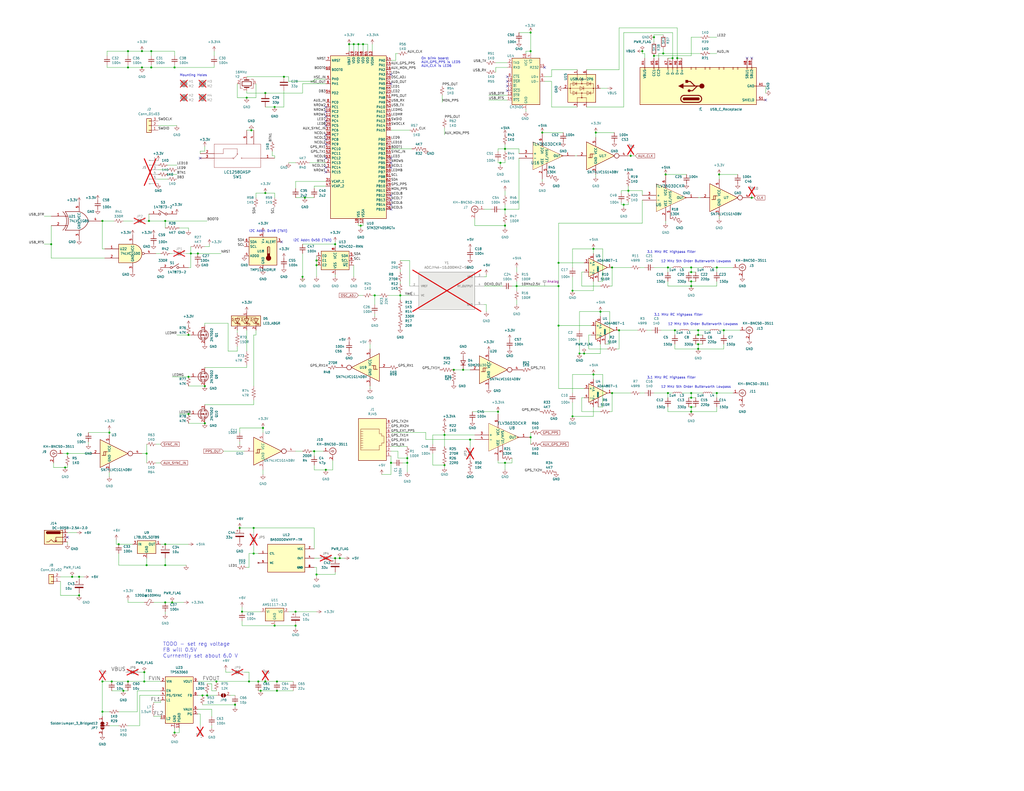
<source format=kicad_sch>
(kicad_sch (version 20230121) (generator eeschema)
  (paper "C")
  (title_block (title "Clock") (date "2024-01-09") (rev "V10.0") (company "Cullen Jennings"))
  (junction (at 172.72 142.24))
  (junction (at 222.25 250.19))
  (junction (at 77.47 27.94))
  (junction (at 392.43 95.25))
  (junction (at 377.19 222.25))
  (junction (at 275.59 81.28))
  (junction (at 172.72 144.78))
  (junction (at 391.16 214.63))
  (junction (at 118.11 372.11))
  (junction (at 161.29 341.63))
  (junction (at 43.18 325.12))
  (junction (at 377.19 156.21))
  (junction (at 113.03 379.73))
  (junction (at 323.85 204.47))
  (junction (at 81.28 120.65))
  (junction (at 193.04 24.13))
  (junction (at 154.94 41.91))
  (junction (at 337.82 180.34))
  (junction (at 107.95 138.43))
  (junction (at 102.87 205.74))
  (junction (at 361.95 29.21))
  (junction (at 185.42 304.8))
  (junction (at 144.78 50.8))
  (junction (at 222.25 252.73))
  (junction (at 151.13 377.19))
  (junction (at 140.97 372.11))
  (junction (at 149.86 58.42))
  (junction (at 356.87 30.48))
  (junction (at 144.78 105.41))
  (junction (at 381 180.34))
  (junction (at 273.05 88.9))
  (junction (at 60.96 372.11))
  (junction (at 138.43 288.29))
  (junction (at 182.88 304.8))
  (junction (at 55.88 388.62))
  (junction (at 128.27 384.81))
  (junction (at 318.77 193.04))
  (junction (at 55.88 372.11))
  (junction (at 69.85 36.83))
  (junction (at 340.36 111.76))
  (junction (at 102.87 182.88))
  (junction (at 312.42 158.75))
  (junction (at 137.16 71.12))
  (junction (at 134.62 53.34))
  (junction (at 77.47 36.83))
  (junction (at 102.87 226.06))
  (junction (at 165.1 151.13))
  (junction (at 111.76 210.82))
  (junction (at 364.49 146.05))
  (junction (at 377.19 153.67))
  (junction (at 304.8 177.8))
  (junction (at 69.85 27.94))
  (junction (at 130.81 288.29))
  (junction (at 367.03 31.75))
  (junction (at 316.23 193.04))
  (junction (at 90.17 308.61))
  (junction (at 381 190.5))
  (junction (at 369.57 31.75))
  (junction (at 218.44 161.29))
  (junction (at 377.19 146.05))
  (junction (at 275.59 123.19))
  (junction (at 213.36 252.73))
  (junction (at 410.21 107.95))
  (junction (at 59.69 236.22))
  (junction (at 142.24 377.19))
  (junction (at 242.57 237.49))
  (junction (at 377.19 224.79))
  (junction (at 80.01 308.61))
  (junction (at 368.3 180.34))
  (junction (at 381 182.88))
  (junction (at 111.76 231.14))
  (junction (at 334.01 214.63))
  (junction (at 90.17 120.65))
  (junction (at 82.55 27.94))
  (junction (at 350.52 27.94))
  (junction (at 82.55 36.83))
  (junction (at 342.9 104.14))
  (junction (at 204.47 161.29))
  (junction (at 69.85 372.11))
  (junction (at 271.78 224.79))
  (junction (at 95.25 400.05))
  (junction (at 143.51 233.68))
  (junction (at 304.8 143.51))
  (junction (at 377.19 217.17))
  (junction (at 27.94 133.35))
  (junction (at 93.98 328.93))
  (junction (at 364.49 214.63))
  (junction (at 135.89 372.11))
  (junction (at 289.56 238.76))
  (junction (at 132.08 334.01))
  (junction (at 64.77 297.18))
  (junction (at 312.42 227.33))
  (junction (at 95.25 36.83))
  (junction (at 377.19 214.63))
  (junction (at 161.29 334.01))
  (junction (at 252.73 201.93))
  (junction (at 172.72 313.69))
  (junction (at 295.91 72.39))
  (junction (at 80.01 247.65))
  (junction (at 323.85 135.89))
  (junction (at 289.56 17.78))
  (junction (at 289.56 27.94))
  (junction (at 195.58 24.13))
  (junction (at 104.14 138.43))
  (junction (at 394.97 180.34))
  (junction (at 43.18 314.96))
  (junction (at 325.12 72.39))
  (junction (at 381 187.96))
  (junction (at 377.19 148.59))
  (junction (at 275.59 114.3))
  (junction (at 39.37 314.96))
  (junction (at 151.13 372.11))
  (junction (at 90.17 297.18))
  (junction (at 110.49 379.73))
  (junction (at 198.12 24.13))
  (junction (at 67.31 377.19))
  (junction (at 90.17 328.93))
  (junction (at 190.5 24.13))
  (junction (at 344.17 85.09))
  (junction (at 275.59 252.73))
  (junction (at 138.43 302.26))
  (junction (at 242.57 254))
  (junction (at 247.65 201.93))
  (junction (at 78.74 367.03))
  (junction (at 356.87 20.32))
  (junction (at 256.54 240.03))
  (junction (at 281.94 156.21))
  (junction (at 363.22 95.25))
  (junction (at 166.37 107.95))
  (junction (at 182.88 133.35))
  (junction (at 327.66 170.18))
  (junction (at 196.85 123.19))
  (junction (at 304.8 156.21))
  (junction (at 177.8 256.54))
  (junction (at 391.16 146.05))
  (junction (at 149.86 341.63))
  (junction (at 55.88 120.65))
  (junction (at 35.56 255.27))
  (junction (at 144.78 372.11))
  (junction (at 78.74 372.11))
  (junction (at 36.83 247.65))
  (junction (at 334.01 146.05))
  (junction (at 171.45 246.38))
  (no_connect (at 417.83 54.61))
  (no_connect (at 213.36 114.3))
  (no_connect (at 213.36 45.72))
  (no_connect (at 213.36 109.22))
  (no_connect (at 213.36 86.36))
  (no_connect (at 153.67 132.08))
  (no_connect (at 36.83 293.37))
  (no_connect (at 213.36 91.44))
  (no_connect (at 410.21 31.75))
  (no_connect (at 276.86 44.45))
  (no_connect (at 177.8 66.04))
  (no_connect (at 213.36 88.9))
  (no_connect (at 109.22 86.36))
  (no_connect (at 213.36 106.68))
  (no_connect (at 177.8 76.2))
  (no_connect (at 177.8 58.42))
  (no_connect (at 177.8 68.58))
  (no_connect (at 213.36 111.76))
  (no_connect (at 297.18 36.83))
  (no_connect (at 177.8 93.98))
  (no_connect (at 177.8 86.36))
  (no_connect (at 276.86 41.91))
  (no_connect (at 177.8 63.5))
  (no_connect (at 407.67 31.75))
  (no_connect (at 213.36 40.64))
  (no_connect (at 276.86 46.99))
  (no_connect (at 276.86 49.53))
  (no_connect (at 177.8 78.74))
  (no_connect (at 177.8 73.66))
  (no_connect (at 177.8 60.96))
  (no_connect (at 177.8 91.44))
  (wire (pts (xy 69.85 372.11) (xy 78.74 372.11)))
  (wire (pts (xy 43.18 323.85) (xy 43.18 325.12)))
  (wire (pts (xy 58.42 27.94) (xy 69.85 27.94)))
  (wire (pts (xy 353.06 180.34) (xy 355.6 180.34)))
  (wire (pts (xy 116.84 27.94) (xy 116.84 30.48)))
  (wire (pts (xy 275.59 81.28) (xy 283.21 81.28)))
  (wire (pts (xy 364.49 153.67) (xy 364.49 156.21)))
  (wire (pts (xy 48.26 236.22) (xy 59.69 236.22)))
  (wire (pts (xy 271.78 87.63) (xy 271.78 88.9)))
  (wire (pts (xy 281.94 153.67) (xy 281.94 156.21)))
  (wire (pts (xy 289.56 236.22) (xy 289.56 238.76)))
  (wire (pts (xy 182.88 133.35) (xy 182.88 134.62)))
  (wire (pts (xy 203.2 24.13) (xy 203.2 27.94)))
  (wire (pts (xy 95.25 27.94) (xy 82.55 27.94)))
  (wire (pts (xy 323.85 158.75) (xy 323.85 153.67)))
  (wire (pts (xy 135.89 309.88) (xy 135.89 302.26)))
  (wire (pts (xy 356.87 214.63) (xy 364.49 214.63)))
  (wire (pts (xy 165.1 45.72) (xy 177.8 45.72)))
  (wire (pts (xy 157.48 334.01) (xy 161.29 334.01)))
  (wire (pts (xy 161.29 341.63) (xy 161.29 342.9)))
  (wire (pts (xy 279.4 252.73) (xy 279.4 250.19)))
  (wire (pts (xy 325.12 72.39) (xy 335.28 72.39)))
  (wire (pts (xy 129.54 189.23) (xy 129.54 191.77)))
  (wire (pts (xy 271.78 252.73) (xy 275.59 252.73)))
  (wire (pts (xy 193.04 144.78) (xy 193.04 151.13)))
  (wire (pts (xy 391.16 146.05) (xy 400.05 146.05)))
  (wire (pts (xy 323.85 135.89) (xy 323.85 138.43)))
  (wire (pts (xy 342.9 110.49) (xy 342.9 111.76)))
  (wire (pts (xy 129.54 53.34) (xy 134.62 53.34)))
  (wire (pts (xy 275.59 114.3) (xy 283.21 114.3)))
  (wire (pts (xy 148.59 82.55) (xy 148.59 85.09)))
  (wire (pts (xy 69.85 27.94) (xy 77.47 27.94)))
  (wire (pts (xy 33.02 325.12) (xy 43.18 325.12)))
  (wire (pts (xy 208.28 259.08) (xy 213.36 259.08)))
  (wire (pts (xy 232.41 236.22) (xy 213.36 236.22)))
  (wire (pts (xy 36.83 295.91) (xy 36.83 297.18)))
  (wire (pts (xy 232.41 240.03) (xy 256.54 240.03)))
  (wire (pts (xy 101.6 138.43) (xy 104.14 138.43)))
  (wire (pts (xy 213.36 252.73) (xy 213.36 248.92)))
  (wire (pts (xy 134.62 200.66) (xy 111.76 200.66)))
  (wire (pts (xy 379.73 187.96) (xy 381 187.96)))
  (wire (pts (xy 379.73 153.67) (xy 377.19 153.67)))
  (wire (pts (xy 201.93 210.82) (xy 201.93 212.09)))
  (wire (pts (xy 332.74 224.79) (xy 334.01 224.79)))
  (wire (pts (xy 316.23 170.18) (xy 327.66 170.18)))
  (wire (pts (xy 342.9 104.14) (xy 350.52 104.14)))
  (wire (pts (xy 139.7 180.34) (xy 139.7 182.88)))
  (wire (pts (xy 340.36 111.76) (xy 342.9 111.76)))
  (wire (pts (xy 304.8 156.21) (xy 304.8 177.8)))
  (wire (pts (xy 161.29 334.01) (xy 172.72 334.01)))
  (wire (pts (xy 295.91 97.79) (xy 295.91 99.06)))
  (wire (pts (xy 339.09 104.14) (xy 342.9 104.14)))
  (wire (pts (xy 95.25 30.48) (xy 95.25 27.94)))
  (wire (pts (xy 121.92 246.38) (xy 133.35 246.38)))
  (wire (pts (xy 29.21 255.27) (xy 35.56 255.27)))
  (wire (pts (xy 143.51 233.68) (xy 143.51 236.22)))
  (wire (pts (xy 102.87 205.74) (xy 104.14 205.74)))
  (wire (pts (xy 212.09 161.29) (xy 218.44 161.29)))
  (wire (pts (xy 344.17 85.09) (xy 346.71 85.09)))
  (wire (pts (xy 276.86 54.61) (xy 266.7 54.61)))
  (wire (pts (xy 417.83 50.8) (xy 417.83 46.99)))
  (wire (pts (xy 334.01 146.05) (xy 344.17 146.05)))
  (wire (pts (xy 81.28 116.84) (xy 81.28 120.65)))
  (wire (pts (xy 275.59 111.76) (xy 275.59 114.3)))
  (wire (pts (xy 325.12 72.39) (xy 325.12 74.93)))
  (wire (pts (xy 377.19 153.67) (xy 377.19 156.21)))
  (wire (pts (xy 104.14 138.43) (xy 107.95 138.43)))
  (wire (pts (xy 76.2 379.73) (xy 87.63 379.73)))
  (wire (pts (xy 107.95 389.89) (xy 109.22 389.89)))
  (wire (pts (xy 337.82 190.5) (xy 337.82 180.34)))
  (wire (pts (xy 148.59 85.09) (xy 149.86 85.09)))
  (wire (pts (xy 215.9 33.02) (xy 215.9 29.21)))
  (wire (pts (xy 312.42 146.05) (xy 312.42 135.89)))
  (wire (pts (xy 171.45 254) (xy 171.45 256.54)))
  (wire (pts (xy 281.94 156.21) (xy 304.8 156.21)))
  (wire (pts (xy 85.09 242.57) (xy 87.63 242.57)))
  (wire (pts (xy 86.36 92.71) (xy 91.44 92.71)))
  (wire (pts (xy 222.25 250.19) (xy 222.25 252.73)))
  (wire (pts (xy 300.99 41.91) (xy 297.18 41.91)))
  (wire (pts (xy 222.25 248.92) (xy 222.25 250.19)))
  (wire (pts (xy 109.22 389.89) (xy 109.22 396.24)))
  (wire (pts (xy 97.79 400.05) (xy 95.25 400.05)))
  (wire (pts (xy 370.84 180.34) (xy 368.3 180.34)))
  (wire (pts (xy 165.1 133.35) (xy 182.88 133.35)))
  (wire (pts (xy 387.35 29.21) (xy 391.16 29.21)))
  (wire (pts (xy 350.52 109.22) (xy 350.52 121.92)))
  (wire (pts (xy 181.61 256.54) (xy 177.8 256.54)))
  (wire (pts (xy 134.62 41.91) (xy 154.94 41.91)))
  (wire (pts (xy 279.4 156.21) (xy 281.94 156.21)))
  (wire (pts (xy 85.09 138.43) (xy 87.63 138.43)))
  (wire (pts (xy 304.8 177.8) (xy 322.58 177.8)))
  (wire (pts (xy 171.45 44.45) (xy 171.45 43.18)))
  (wire (pts (xy 165.1 45.72) (xy 165.1 50.8)))
  (wire (pts (xy 271.78 81.28) (xy 275.59 81.28)))
  (wire (pts (xy 111.76 176.53) (xy 111.76 177.8)))
  (wire (pts (xy 90.17 297.18) (xy 102.87 297.18)))
  (wire (pts (xy 135.89 309.88) (xy 134.62 309.88)))
  (wire (pts (xy 107.95 372.11) (xy 118.11 372.11)))
  (wire (pts (xy 33.02 317.5) (xy 33.02 325.12)))
  (wire (pts (xy 55.88 388.62) (xy 55.88 391.16)))
  (wire (pts (xy 295.91 72.39) (xy 307.34 72.39)))
  (wire (pts (xy 58.42 36.83) (xy 69.85 36.83)))
  (wire (pts (xy 273.05 114.3) (xy 275.59 114.3)))
  (wire (pts (xy 92.71 138.43) (xy 93.98 138.43)))
  (wire (pts (xy 394.97 180.34) (xy 394.97 182.88)))
  (wire (pts (xy 242.57 69.85) (xy 242.57 73.66)))
  (wire (pts (xy 177.8 101.6) (xy 171.45 101.6)))
  (wire (pts (xy 165.1 50.8) (xy 144.78 50.8)))
  (wire (pts (xy 289.56 27.94) (xy 287.02 27.94)))
  (wire (pts (xy 379.73 182.88) (xy 381 182.88)))
  (wire (pts (xy 64.77 297.18) (xy 63.5 297.18)))
  (wire (pts (xy 394.97 187.96) (xy 394.97 190.5)))
  (wire (pts (xy 161.29 99.06) (xy 177.8 99.06)))
  (wire (pts (xy 115.57 387.35) (xy 115.57 391.16)))
  (wire (pts (xy 118.11 372.11) (xy 135.89 372.11)))
  (wire (pts (xy 135.89 372.11) (xy 140.97 372.11)))
  (wire (pts (xy 242.57 254) (xy 242.57 255.27)))
  (wire (pts (xy 90.17 334.01) (xy 90.17 335.28)))
  (wire (pts (xy 312.42 158.75) (xy 323.85 158.75)))
  (wire (pts (xy 326.39 222.25) (xy 328.93 222.25)))
  (wire (pts (xy 381 107.95) (xy 382.27 107.95)))
  (wire (pts (xy 196.85 124.46) (xy 196.85 123.19)))
  (wire (pts (xy 160.02 372.11) (xy 151.13 372.11)))
  (wire (pts (xy 172.72 314.96) (xy 172.72 313.69)))
  (wire (pts (xy 154.94 49.53) (xy 154.94 58.42)))
  (wire (pts (xy 321.31 182.88) (xy 322.58 182.88)))
  (wire (pts (xy 198.12 24.13) (xy 200.66 24.13)))
  (wire (pts (xy 83.82 328.93) (xy 90.17 328.93)))
  (wire (pts (xy 275.59 78.74) (xy 275.59 81.28)))
  (wire (pts (xy 368.3 180.34) (xy 368.3 182.88)))
  (wire (pts (xy 363.22 120.65) (xy 363.22 121.92)))
  (wire (pts (xy 129.54 45.72) (xy 129.54 53.34)))
  (wire (pts (xy 327.66 156.21) (xy 317.5 156.21)))
  (wire (pts (xy 275.59 87.63) (xy 275.59 88.9)))
  (wire (pts (xy 270.51 34.29) (xy 276.86 34.29)))
  (wire (pts (xy 270.51 36.83) (xy 270.51 39.37)))
  (wire (pts (xy 34.29 247.65) (xy 36.83 247.65)))
  (wire (pts (xy 198.12 121.92) (xy 198.12 123.19)))
  (wire (pts (xy 85.09 252.73) (xy 87.63 252.73)))
  (wire (pts (xy 350.52 27.94) (xy 350.52 29.21)))
  (wire (pts (xy 356.87 22.86) (xy 356.87 20.32)))
  (wire (pts (xy 195.58 161.29) (xy 198.12 161.29)))
  (wire (pts (xy 300.99 38.1) (xy 300.99 41.91)))
  (wire (pts (xy 276.86 52.07) (xy 266.7 52.07)))
  (wire (pts (xy 161.29 246.38) (xy 165.1 246.38)))
  (wire (pts (xy 265.43 170.18) (xy 265.43 166.37)))
  (wire (pts (xy 76.2 367.03) (xy 78.74 367.03)))
  (wire (pts (xy 55.88 135.89) (xy 57.15 135.89)))
  (wire (pts (xy 81.28 120.65) (xy 90.17 120.65)))
  (wire (pts (xy 57.15 140.97) (xy 27.94 140.97)))
  (wire (pts (xy 377.19 222.25) (xy 377.19 224.79)))
  (wire (pts (xy 151.13 377.19) (xy 160.02 377.19)))
  (wire (pts (xy 130.81 233.68) (xy 143.51 233.68)))
  (wire (pts (xy 236.22 242.57) (xy 236.22 237.49)))
  (wire (pts (xy 140.97 377.19) (xy 142.24 377.19)))
  (wire (pts (xy 87.63 383.54) (xy 87.63 382.27)))
  (wire (pts (xy 316.23 185.42) (xy 316.23 193.04)))
  (wire (pts (xy 204.47 161.29) (xy 204.47 166.37)))
  (wire (pts (xy 123.19 365.76) (xy 123.19 367.03)))
  (wire (pts (xy 275.59 252.73) (xy 275.59 256.54)))
  (wire (pts (xy 27.94 140.97) (xy 27.94 133.35)))
  (wire (pts (xy 356.87 19.05) (xy 356.87 20.32)))
  (wire (pts (xy 185.42 304.8) (xy 187.96 304.8)))
  (wire (pts (xy 327.66 193.04) (xy 327.66 187.96)))
  (wire (pts (xy 364.49 224.79) (xy 377.19 224.79)))
  (wire (pts (xy 111.76 82.55) (xy 111.76 80.01)))
  (wire (pts (xy 321.31 190.5) (xy 321.31 182.88)))
  (wire (pts (xy 410.21 107.95) (xy 411.48 107.95)))
  (wire (pts (xy 102.87 146.05) (xy 104.14 146.05)))
  (wire (pts (xy 113.03 378.46) (xy 113.03 379.73)))
  (wire (pts (xy 265.43 149.86) (xy 265.43 151.13)))
  (wire (pts (xy 340.36 58.42) (xy 340.36 17.78)))
  (wire (pts (xy 83.82 383.54) (xy 87.63 383.54)))
  (wire (pts (xy 171.45 101.6) (xy 171.45 102.87)))
  (wire (pts (xy 219.71 252.73) (xy 222.25 252.73)))
  (wire (pts (xy 172.72 144.78) (xy 172.72 151.13)))
  (wire (pts (xy 337.82 38.1) (xy 337.82 15.24)))
  (wire (pts (xy 36.83 247.65) (xy 36.83 248.92)))
  (wire (pts (xy 93.98 205.74) (xy 102.87 205.74)))
  (wire (pts (xy 316.23 193.04) (xy 318.77 193.04)))
  (wire (pts (xy 217.17 246.38) (xy 217.17 250.19)))
  (wire (pts (xy 154.94 41.91) (xy 157.48 41.91)))
  (wire (pts (xy 391.16 156.21) (xy 377.19 156.21)))
  (wire (pts (xy 168.91 88.9) (xy 177.8 88.9)))
  (wire (pts (xy 134.62 50.8) (xy 144.78 50.8)))
  (wire (pts (xy 312.42 135.89) (xy 323.85 135.89)))
  (wire (pts (xy 334.01 224.79) (xy 334.01 214.63)))
  (wire (pts (xy 60.96 377.19) (xy 67.31 377.19)))
  (wire (pts (xy 275.59 123.19) (xy 275.59 124.46)))
  (wire (pts (xy 377.19 146.05) (xy 377.19 148.59)))
  (wire (pts (xy 236.22 247.65) (xy 236.22 254)))
  (wire (pts (xy 281.94 163.83) (xy 281.94 166.37)))
  (wire (pts (xy 139.7 105.41) (xy 144.78 105.41)))
  (wire (pts (xy 95.25 397.51) (xy 95.25 400.05)))
  (wire (pts (xy 317.5 224.79) (xy 317.5 217.17)))
  (wire (pts (xy 218.44 160.02) (xy 218.44 161.29)))
  (wire (pts (xy 87.63 377.19) (xy 74.93 377.19)))
  (wire (pts (xy 111.76 134.62) (xy 114.3 134.62)))
  (wire (pts (xy 138.43 288.29) (xy 171.45 288.29)))
  (wire (pts (xy 138.43 288.29) (xy 138.43 290.83)))
  (wire (pts (xy 87.63 297.18) (xy 90.17 297.18)))
  (wire (pts (xy 391.16 224.79) (xy 377.19 224.79)))
  (wire (pts (xy 377.19 30.48) (xy 356.87 30.48)))
  (wire (pts (xy 90.17 328.93) (xy 93.98 328.93)))
  (wire (pts (xy 259.08 119.38) (xy 259.08 123.19)))
  (wire (pts (xy 265.43 151.13) (xy 264.16 151.13)))
  (wire (pts (xy 236.22 254) (xy 242.57 254)))
  (wire (pts (xy 328.93 222.25) (xy 328.93 204.47)))
  (wire (pts (xy 74.93 377.19) (xy 74.93 388.62)))
  (wire (pts (xy 391.16 222.25) (xy 391.16 224.79)))
  (wire (pts (xy 132.08 334.01) (xy 142.24 334.01)))
  (wire (pts (xy 130.81 241.3) (xy 130.81 242.57)))
  (wire (pts (xy 213.36 81.28) (xy 224.79 81.28)))
  (wire (pts (xy 190.5 24.13) (xy 193.04 24.13)))
  (wire (pts (xy 349.25 214.63) (xy 351.79 214.63)))
  (wire (pts (xy 247.65 201.93) (xy 252.73 201.93)))
  (wire (pts (xy 215.9 29.21) (xy 217.17 29.21)))
  (wire (pts (xy 36.83 290.83) (xy 41.91 290.83)))
  (wire (pts (xy 375.92 180.34) (xy 381 180.34)))
  (wire (pts (xy 337.82 15.24) (xy 369.57 15.24)))
  (wire (pts (xy 90.17 120.65) (xy 113.03 120.65)))
  (wire (pts (xy 259.08 240.03) (xy 256.54 240.03)))
  (wire (pts (xy 342.9 85.09) (xy 344.17 85.09)))
  (wire (pts (xy 97.79 397.51) (xy 97.79 400.05)))
  (wire (pts (xy 130.81 236.22) (xy 130.81 233.68)))
  (wire (pts (xy 69.85 35.56) (xy 69.85 36.83)))
  (wire (pts (xy 383.54 187.96) (xy 381 187.96)))
  (wire (pts (xy 381 180.34) (xy 381 182.88)))
  (wire (pts (xy 124.46 191.77) (xy 124.46 176.53)))
  (wire (pts (xy 198.12 123.19) (xy 196.85 123.19)))
  (wire (pts (xy 351.79 29.21) (xy 351.79 31.75)))
  (wire (pts (xy 317.5 156.21) (xy 317.5 148.59)))
  (wire (pts (xy 76.2 396.24) (xy 76.2 379.73)))
  (wire (pts (xy 312.42 214.63) (xy 312.42 204.47)))
  (wire (pts (xy 138.43 71.12) (xy 137.16 71.12)))
  (wire (pts (xy 196.85 123.19) (xy 195.58 123.19)))
  (wire (pts (xy 182.88 313.69) (xy 182.88 312.42)))
  (wire (pts (xy 67.31 120.65) (xy 72.39 120.65)))
  (wire (pts (xy 265.43 166.37) (xy 264.16 166.37)))
  (wire (pts (xy 232.41 236.22) (xy 232.41 240.03)))
  (wire (pts (xy 367.03 146.05) (xy 364.49 146.05)))
  (wire (pts (xy 218.44 161.29) (xy 223.52 161.29)))
  (wire (pts (xy 36.83 255.27) (xy 35.56 255.27)))
  (wire (pts (xy 391.16 153.67) (xy 391.16 156.21)))
  (wire (pts (xy 313.69 85.09) (xy 314.96 85.09)))
  (wire (pts (xy 55.88 372.11) (xy 60.96 372.11)))
  (wire (pts (xy 331.47 190.5) (xy 321.31 190.5)))
  (wire (pts (xy 165.1 151.13) (xy 165.1 138.43)))
  (wire (pts (xy 102.87 182.88) (xy 104.14 182.88)))
  (wire (pts (xy 391.16 146.05) (xy 391.16 148.59)))
  (wire (pts (xy 123.19 367.03) (xy 125.73 367.03)))
  (wire (pts (xy 64.77 308.61) (xy 80.01 308.61)))
  (wire (pts (xy 283.21 81.28) (xy 283.21 83.82)))
  (wire (pts (xy 326.39 153.67) (xy 328.93 153.67)))
  (wire (pts (xy 39.37 314.96) (xy 43.18 314.96)))
  (wire (pts (xy 222.25 252.73) (xy 222.25 257.81)))
  (wire (pts (xy 372.11 214.63) (xy 377.19 214.63)))
  (wire (pts (xy 113.03 379.73) (xy 118.11 379.73)))
  (wire (pts (xy 223.52 156.21) (xy 223.52 142.24)))
  (wire (pts (xy 133.35 367.03) (xy 135.89 367.03)))
  (wire (pts (xy 69.85 36.83) (xy 77.47 36.83)))
  (wire (pts (xy 318.77 212.09) (xy 304.8 212.09)))
  (wire (pts (xy 317.5 217.17) (xy 318.77 217.17)))
  (wire (pts (xy 59.69 257.81) (xy 59.69 260.35)))
  (wire (pts (xy 392.43 95.25) (xy 392.43 97.79)))
  (wire (pts (xy 317.5 148.59) (xy 318.77 148.59)))
  (wire (pts (xy 271.78 82.55) (xy 271.78 81.28)))
  (wire (pts (xy 328.93 153.67) (xy 328.93 135.89)))
  (wire (pts (xy 74.93 388.62) (xy 64.77 388.62)))
  (wire (pts (xy 24.13 133.35) (xy 27.94 133.35)))
  (wire (pts (xy 337.82 180.34) (xy 347.98 180.34)))
  (wire (pts (xy 134.62 53.34) (xy 139.7 53.34)))
  (wire (pts (xy 289.56 17.78) (xy 289.56 27.94)))
  (wire (pts (xy 392.43 118.11) (xy 392.43 119.38)))
  (wire (pts (xy 43.18 314.96) (xy 43.18 316.23)))
  (wire (pts (xy 359.41 29.21) (xy 359.41 31.75)))
  (wire (pts (xy 312.42 219.71) (xy 312.42 227.33)))
  (wire (pts (xy 87.63 391.16) (xy 87.63 392.43)))
  (wire (pts (xy 320.04 38.1) (xy 337.82 38.1)))
  (wire (pts (xy 369.57 15.24) (xy 369.57 31.75)))
  (wire (pts (xy 69.85 396.24) (xy 76.2 396.24)))
  (wire (pts (xy 182.88 132.08) (xy 182.88 133.35)))
  (wire (pts (xy 273.05 88.9) (xy 271.78 88.9)))
  (wire (pts (xy 327.66 48.26) (xy 331.47 48.26)))
  (wire (pts (xy 139.7 107.95) (xy 139.7 105.41)))
  (wire (pts (xy 289.56 238.76) (xy 289.56 242.57)))
  (wire (pts (xy 364.49 156.21) (xy 377.19 156.21)))
  (wire (pts (xy 104.14 146.05) (xy 104.14 138.43)))
  (wire (pts (xy 114.3 134.62) (xy 114.3 133.35)))
  (wire (pts (xy 281.94 146.05) (xy 281.94 148.59)))
  (wire (pts (xy 368.3 187.96) (xy 368.3 190.5)))
  (wire (pts (xy 323.85 204.47) (xy 323.85 207.01)))
  (wire (pts (xy 388.62 146.05) (xy 391.16 146.05)))
  (wire (pts (xy 340.36 111.76) (xy 339.09 111.76)))
  (wire (pts (xy 82.55 27.94) (xy 82.55 30.48)))
  (wire (pts (xy 91.44 95.25) (xy 96.52 95.25)))
  (wire (pts (xy 77.47 247.65) (xy 80.01 247.65)))
  (wire (pts (xy 95.25 35.56) (xy 95.25 36.83)))
  (wire (pts (xy 312.42 227.33) (xy 323.85 227.33)))
  (wire (pts (xy 59.69 234.95) (xy 59.69 236.22)))
  (wire (pts (xy 113.03 379.73) (xy 110.49 379.73)))
  (wire (pts (xy 172.72 309.88) (xy 172.72 313.69)))
  (wire (pts (xy 388.62 214.63) (xy 391.16 214.63)))
  (wire (pts (xy 135.89 302.26) (xy 138.43 302.26)))
  (wire (pts (xy 283.21 86.36) (xy 283.21 114.3)))
  (wire (pts (xy 182.88 304.8) (xy 185.42 304.8)))
  (wire (pts (xy 257.81 224.79) (xy 271.78 224.79)))
  (wire (pts (xy 80.01 304.8) (xy 80.01 308.61)))
  (wire (pts (xy 69.85 328.93) (xy 78.74 328.93)))
  (wire (pts (xy 64.77 297.18) (xy 72.39 297.18)))
  (wire (pts (xy 349.25 146.05) (xy 351.79 146.05)))
  (wire (pts (xy 320.04 58.42) (xy 340.36 58.42)))
  (wire (pts (xy 107.95 379.73) (xy 110.49 379.73)))
  (wire (pts (xy 138.43 218.44) (xy 138.43 220.98)))
  (wire (pts (xy 391.16 214.63) (xy 400.05 214.63)))
  (wire (pts (xy 59.69 236.22) (xy 59.69 237.49)))
  (wire (pts (xy 356.87 30.48) (xy 356.87 31.75)))
  (wire (pts (xy 340.36 17.78) (xy 367.03 17.78)))
  (wire (pts (xy 363.22 95.25) (xy 374.65 95.25)))
  (wire (pts (xy 367.03 17.78) (xy 367.03 31.75)))
  (wire (pts (xy 304.8 121.92) (xy 304.8 143.51)))
  (wire (pts (xy 356.87 146.05) (xy 364.49 146.05)))
  (wire (pts (xy 213.36 246.38) (xy 217.17 246.38)))
  (wire (pts (xy 275.59 82.55) (xy 275.59 81.28)))
  (wire (pts (xy 394.97 190.5) (xy 381 190.5)))
  (wire (pts (xy 80.01 247.65) (xy 80.01 252.73)))
  (wire (pts (xy 132.08 331.47) (xy 132.08 334.01)))
  (wire (pts (xy 55.88 388.62) (xy 55.88 372.11)))
  (wire (pts (xy 138.43 298.45) (xy 138.43 302.26)))
  (wire (pts (xy 195.58 123.19) (xy 195.58 121.92)))
  (wire (pts (xy 93.98 328.93) (xy 100.33 328.93)))
  (wire (pts (xy 116.84 35.56) (xy 116.84 36.83)))
  (wire (pts (xy 332.74 156.21) (xy 334.01 156.21)))
  (wire (pts (xy 102.87 226.06) (xy 104.14 226.06)))
  (wire (pts (xy 36.83 247.65) (xy 49.53 247.65)))
  (wire (pts (xy 391.16 214.63) (xy 391.16 217.17)))
  (wire (pts (xy 80.01 120.65) (xy 81.28 120.65)))
  (wire (pts (xy 102.87 124.46) (xy 102.87 125.73)))
  (wire (pts (xy 109.22 82.55) (xy 111.76 82.55)))
  (wire (pts (xy 69.85 27.94) (xy 69.85 30.48)))
  (wire (pts (xy 361.95 19.05) (xy 356.87 19.05)))
  (wire (pts (xy 115.57 373.38) (xy 113.03 373.38)))
  (wire (pts (xy 115.57 396.24) (xy 115.57 397.51)))
  (wire (pts (xy 273.05 88.9) (xy 275.59 88.9)))
  (wire (pts (xy 330.2 187.96) (xy 332.74 187.96)))
  (wire (pts (xy 78.74 372.11) (xy 87.63 372.11)))
  (wire (pts (xy 256.54 240.03) (xy 256.54 243.84)))
  (wire (pts (xy 172.72 309.88) (xy 171.45 309.88)))
  (wire (pts (xy 149.86 105.41) (xy 144.78 105.41)))
  (wire (pts (xy 394.97 180.34) (xy 403.86 180.34)))
  (wire (pts (xy 381 187.96) (xy 381 190.5)))
  (wire (pts (xy 204.47 161.29) (xy 207.01 161.29)))
  (wire (pts (xy 304.8 143.51) (xy 318.77 143.51)))
  (wire (pts (xy 318.77 193.04) (xy 327.66 193.04)))
  (wire (pts (xy 64.77 302.26) (xy 64.77 308.61)))
  (wire (pts (xy 109.22 83.82) (xy 109.22 82.55)))
  (wire (pts (xy 90.17 304.8) (xy 90.17 308.61)))
  (wire (pts (xy 334.01 214.63) (xy 344.17 214.63)))
  (wire (pts (xy 223.52 142.24) (xy 218.44 142.24)))
  (wire (pts (xy 379.73 222.25) (xy 377.19 222.25)))
  (wire (pts (xy 90.17 308.61) (xy 80.01 308.61)))
  (wire (pts (xy 97.79 124.46) (xy 102.87 124.46)))
  (wire (pts (xy 111.76 176.53) (xy 124.46 176.53)))
  (wire (pts (xy 297.18 44.45) (xy 300.99 44.45)))
  (wire (pts (xy 350.52 29.21) (xy 351.79 29.21)))
  (wire (pts (xy 110.49 384.81) (xy 128.27 384.81)))
  (wire (pts (xy 172.72 142.24) (xy 172.72 144.78)))
  (wire (pts (xy 252.73 201.93) (xy 256.54 201.93)))
  (wire (pts (xy 132.08 339.09) (xy 132.08 341.63)))
  (wire (pts (xy 201.93 187.96) (xy 201.93 190.5)))
  (wire (pts (xy 325.12 95.25) (xy 325.12 96.52)))
  (wire (pts (xy 264.16 156.21) (xy 274.32 156.21)))
  (wire (pts (xy 60.96 372.11) (xy 69.85 372.11)))
  (wire (pts (xy 377.19 214.63) (xy 383.54 214.63)))
  (wire (pts (xy 213.36 33.02) (xy 215.9 33.02)))
  (wire (pts (xy 275.59 252.73) (xy 279.4 252.73)))
  (wire (pts (xy 387.35 20.32) (xy 391.16 20.32)))
  (wire (pts (xy 242.57 237.49) (xy 242.57 243.84)))
  (wire (pts (xy 143.51 256.54) (xy 143.51 259.08)))
  (wire (pts (xy 115.57 377.19) (xy 115.57 373.38)))
  (wire (pts (xy 372.11 146.05) (xy 377.19 146.05)))
  (wire (pts (xy 193.04 24.13) (xy 193.04 27.94)))
  (wire (pts (xy 171.45 43.18) (xy 177.8 43.18)))
  (wire (pts (xy 364.49 214.63) (xy 364.49 217.17)))
  (wire (pts (xy 289.56 17.78) (xy 283.21 17.78)))
  (wire (pts (xy 181.61 304.8) (xy 182.88 304.8)))
  (wire (pts (xy 134.62 199.39) (xy 134.62 200.66)))
  (wire (pts (xy 213.36 243.84) (xy 222.25 243.84)))
  (wire (pts (xy 273.05 88.9) (xy 273.05 90.17)))
  (wire (pts (xy 392.43 180.34) (xy 394.97 180.34)))
  (wire (pts (xy 125.73 379.73) (xy 128.27 379.73)))
  (wire (pts (xy 334.01 156.21) (xy 334.01 146.05)))
  (wire (pts (xy 336.55 190.5) (xy 337.82 190.5)))
  (wire (pts (xy 377.19 20.32) (xy 377.19 30.48)))
  (wire (pts (xy 367.03 214.63) (xy 364.49 214.63)))
  (wire (pts (xy 361.95 29.21) (xy 359.41 29.21)))
  (wire (pts (xy 140.97 372.11) (xy 144.78 372.11)))
  (wire (pts (xy 316.23 180.34) (xy 316.23 170.18)))
  (wire (pts (xy 165.1 153.67) (xy 165.1 151.13)))
  (wire (pts (xy 275.59 121.92) (xy 275.59 123.19)))
  (wire (pts (xy 171.45 246.38) (xy 171.45 248.92)))
  (wire (pts (xy 218.44 147.32) (xy 218.44 148.59)))
  (wire (pts (xy 182.88 149.86) (xy 182.88 151.13)))
  (wire (pts (xy 314.96 38.1) (xy 300.99 38.1)))
  (wire (pts (xy 364.49 222.25) (xy 364.49 224.79)))
  (wire (pts (xy 149.86 341.63) (xy 161.29 341.63)))
  (wire (pts (xy 218.44 161.29) (xy 218.44 163.83)))
  (wire (pts (xy 339.09 105.41) (xy 339.09 104.14)))
  (wire (pts (xy 287.02 27.94) (xy 287.02 29.21)))
  (wire (pts (xy 360.68 180.34) (xy 368.3 180.34)))
  (wire (pts (xy 213.36 259.08) (xy 213.36 252.73)))
  (wire (pts (xy 392.43 95.25) (xy 402.59 95.25)))
  (wire (pts (xy 203.2 161.29) (xy 204.47 161.29)))
  (wire (pts (xy 161.29 107.95) (xy 166.37 107.95)))
  (wire (pts (xy 161.29 88.9) (xy 157.48 88.9)))
  (wire (pts (xy 367.03 31.75) (xy 364.49 31.75)))
  (wire (pts (xy 304.8 121.92) (xy 350.52 121.92)))
  (wire (pts (xy 144.78 58.42) (xy 149.86 58.42)))
  (wire (pts (xy 48.26 241.3) (xy 48.26 242.57)))
  (wire (pts (xy 86.36 68.58) (xy 96.52 68.58)))
  (wire (pts (xy 328.93 135.89) (xy 323.85 135.89)))
  (wire (pts (xy 222.25 250.19) (xy 217.17 250.19)))
  (wire (pts (xy 259.08 123.19) (xy 275.59 123.19)))
  (wire (pts (xy 134.62 49.53) (xy 134.62 50.8)))
  (wire (pts (xy 276.86 36.83) (xy 270.51 36.83)))
  (wire (pts (xy 323.85 227.33) (xy 323.85 222.25)))
  (wire (pts (xy 332.74 187.96) (xy 332.74 170.18)))
  (wire (pts (xy 271.78 224.79) (xy 271.78 226.06)))
  (wire (pts (xy 300.99 44.45) (xy 300.99 58.42)))
  (wire (pts (xy 281.94 156.21) (xy 281.94 158.75)))
  (wire (pts (xy 198.12 24.13) (xy 198.12 27.94)))
  (wire (pts (xy 157.48 41.91) (xy 157.48 44.45)))
  (wire (pts (xy 80.01 242.57) (xy 80.01 247.65)))
  (wire (pts (xy 149.86 85.09) (xy 149.86 86.36)))
  (wire (pts (xy 312.42 151.13) (xy 312.42 158.75)))
  (wire (pts (xy 63.5 294.64) (xy 63.5 297.18)))
  (wire (pts (xy 83.82 391.16) (xy 87.63 391.16)))
  (wire (pts (xy 138.43 220.98) (xy 111.76 220.98)))
  (wire (pts (xy 91.44 90.17) (xy 96.52 90.17)))
  (wire (pts (xy 107.95 387.35) (xy 115.57 387.35)))
  (wire (pts (xy 139.7 182.88) (xy 138.43 182.88)))
  (wire (pts (xy 377.19 217.17) (xy 379.73 217.17)))
  (wire (pts (xy 55.88 120.65) (xy 62.23 120.65)))
  (wire (pts (xy 102.87 231.14) (xy 111.76 231.14)))
  (wire (pts (xy 78.74 367.03) (xy 78.74 372.11)))
  (wire (pts (xy 144.78 372.11) (xy 151.13 372.11)))
  (wire (pts (xy 368.3 190.5) (xy 381 190.5)))
  (wire (pts (xy 287.02 59.69) (xy 287.02 60.96)))
  (wire (pts (xy 241.3 52.07) (xy 241.3 55.88)))
  (wire (pts (xy 166.37 107.95) (xy 171.45 107.95)))
  (wire (pts (xy 375.92 222.25) (xy 377.19 222.25)))
  (wire (pts (xy 104.14 134.62) (xy 104.14 138.43)))
  (wire (pts (xy 77.47 36.83) (xy 82.55 36.83)))
  (wire (pts (xy 171.45 304.8) (xy 173.99 304.8)))
  (wire (pts (xy 142.24 377.19) (xy 151.13 377.19)))
  (wire (pts (xy 304.8 156.21) (xy 304.8 143.51)))
  (wire (pts (xy 86.36 97.79) (xy 91.44 97.79)))
  (wire (pts (xy 375.92 153.67) (xy 377.19 153.67)))
  (wire (pts (xy 135.89 367.03) (xy 135.89 372.11)))
  (wire (pts (xy 377.19 148.59) (xy 379.73 148.59)))
  (wire (pts (xy 33.02 314.96) (xy 39.37 314.96)))
  (wire (pts (xy 59.69 388.62) (xy 55.88 388.62)))
  (wire (pts (xy 59.69 396.24) (xy 64.77 396.24)))
  (wire (pts (xy 177.8 256.54) (xy 171.45 256.54)))
  (wire (pts (xy 172.72 313.69) (xy 182.88 313.69)))
  (wire (pts (xy 275.59 114.3) (xy 275.59 116.84)))
  (wire (pts (xy 97.79 226.06) (xy 102.87 226.06)))
  (wire (pts (xy 130.81 288.29) (xy 138.43 288.29)))
  (wire (pts (xy 312.42 204.47) (xy 323.85 204.47)))
  (wire (pts (xy 364.49 146.05) (xy 364.49 148.59)))
  (wire (pts (xy 242.57 237.49) (xy 259.08 237.49)))
  (wire (pts (xy 361.95 26.67) (xy 361.95 29.21)))
  (wire (pts (xy 82.55 27.94) (xy 77.47 27.94)))
  (wire (pts (xy 350.52 104.14) (xy 350.52 106.68)))
  (wire (pts (xy 382.27 20.32) (xy 377.19 20.32)))
  (wire (pts (xy 372.11 31.75) (xy 369.57 31.75)))
  (wire (pts (xy 45.72 314.96) (xy 43.18 314.96)))
  (wire (pts (xy 90.17 120.65) (xy 90.17 124.46)))
  (wire (pts (xy 190.5 24.13) (xy 190.5 27.94)))
  (wire (pts (xy 236.22 237.49) (xy 242.57 237.49)))
  (wire (pts (xy 213.36 71.12) (xy 223.52 71.12)))
  (wire (pts (xy 218.44 153.67) (xy 218.44 154.94)))
  (wire (pts (xy 327.66 224.79) (xy 317.5 224.79)))
  (wire (pts (xy 102.87 210.82) (xy 111.76 210.82)))
  (wire (pts (xy 193.04 24.13) (xy 195.58 24.13)))
  (wire (pts (xy 242.57 236.22) (xy 242.57 237.49)))
  (wire (pts (xy 340.36 111.76) (xy 340.36 113.03)))
  (wire (pts (xy 134.62 180.34) (xy 134.62 191.77)))
  (wire (pts (xy 36.83 254) (xy 36.83 255.27)))
  (wire (pts (xy 375.92 217.17) (xy 377.19 217.17)))
  (wire (pts (xy 304.8 212.09) (xy 304.8 177.8)))
  (wire (pts (xy 342.9 105.41) (xy 342.9 104.14)))
  (wire (pts (xy 377.19 214.63) (xy 377.19 217.17)))
  (wire (pts (xy 138.43 182.88) (xy 138.43 210.82)))
  (wire (pts (xy 264.16 114.3) (xy 267.97 114.3)))
  (wire (pts (xy 327.66 170.18) (xy 327.66 172.72)))
  (wire (pts (xy 149.86 107.95) (xy 149.86 105.41)))
  (wire (pts (xy 377.19 146.05) (xy 383.54 146.05)))
  (wire (pts (xy 381 182.88) (xy 383.54 182.88)))
  (wire (pts (xy 67.31 377.19) (xy 69.85 377.19)))
  (wire (pts (xy 139.7 45.72) (xy 139.7 53.34)))
  (wire (pts (xy 29.21 252.73) (xy 29.21 255.27)))
  (wire (pts (xy 107.95 138.43) (xy 120.65 138.43)))
  (wire (pts (xy 171.45 246.38) (xy 176.53 246.38)))
  (wire (pts (xy 171.45 288.29) (xy 171.45 299.72)))
  (wire (pts (xy 361.95 29.21) (xy 382.27 29.21)))
  (wire (pts (xy 129.54 191.77) (xy 124.46 191.77)))
  (wire (pts (xy 118.11 377.19) (xy 115.57 377.19)))
  (wire (pts (xy 58.42 30.48) (xy 58.42 27.94)))
  (wire (pts (xy 289.56 27.94) (xy 289.56 29.21)))
  (wire (pts (xy 129.54 180.34) (xy 129.54 181.61)))
  (wire (pts (xy 381 180.34) (xy 387.35 180.34)))
  (wire (pts (xy 172.72 139.7) (xy 172.72 142.24)))
  (wire (pts (xy 213.36 252.73) (xy 214.63 252.73)))
  (wire (pts (xy 55.88 120.65) (xy 55.88 135.89)))
  (wire (pts (xy 138.43 302.26) (xy 140.97 302.26)))
  (wire (pts (xy 204.47 171.45) (xy 204.47 172.72)))
  (wire (pts (xy 300.99 58.42) (xy 314.96 58.42)))
  (wire (pts (xy 170.18 246.38) (xy 171.45 246.38)))
  (wire (pts (xy 157.48 44.45) (xy 171.45 44.45)))
  (wire (pts (xy 375.92 148.59) (xy 377.19 148.59)))
  (wire (pts (xy 96.52 182.88) (xy 102.87 182.88)))
  (wire (pts (xy 339.09 110.49) (xy 339.09 111.76)))
  (wire (pts (xy 328.93 204.47) (xy 323.85 204.47)))
  (wire (pts (xy 332.74 170.18) (xy 327.66 170.18)))
  (wire (pts (xy 58.42 35.56) (xy 58.42 36.83)))
  (wire (pts (xy 275.59 104.14) (xy 275.59 106.68)))
  (wire (pts (xy 195.58 24.13) (xy 195.58 27.94)))
  (wire (pts (xy 69.85 327.66) (xy 69.85 328.93)))
  (wire (pts (xy 137.16 71.12) (xy 134.62 71.12)))
  (wire (pts (xy 128.27 384.81) (xy 128.27 386.08)))
  (wire (pts (xy 342.9 101.6) (xy 342.9 104.14)))
  (wire (pts (xy 271.78 251.46) (xy 271.78 252.73)))
  (wire (pts (xy 161.29 102.87) (xy 161.29 99.06)))
  (wire (pts (xy 101.6 308.61) (xy 90.17 308.61)))
  (wire (pts (xy 24.13 118.11) (xy 27.94 118.11)))
  (wire (pts (xy 132.08 341.63) (xy 149.86 341.63)))
  (wire (pts (xy 195.58 24.13) (xy 198.12 24.13)))
  (wire (pts (xy 82.55 35.56) (xy 82.55 36.83)))
  (wire (pts (xy 27.94 133.35) (xy 27.94 123.19)))
  (wire (pts (xy 200.66 27.94) (xy 200.66 24.13)))
  (wire (pts (xy 82.55 36.83) (xy 95.25 36.83)))
  (wire (pts (xy 154.94 58.42) (xy 149.86 58.42)))
  (wire (pts (xy 95.25 36.83) (xy 116.84 36.83)))
  (wire (pts (xy 181.61 251.46) (xy 181.61 256.54)))
  (text "On blink board:\nAUX_GPS_PPS is LED5 \nAUX_CLK is LED6 \n" (at 229.87 36.83 0) (effects (font (size 1.27 1.27)) (justify left bottom)))
  (text "Mounting Holes" (at 113.03 41.91 0) (effects (font (size 1.27 1.27)) (justify right bottom)))
  (text "3.1 MHz RC Highpass filter" (at 356.87 172.72 0) (effects (font (size 1.27 1.27)) (justify left bottom)))
  (text "3.1 MHz RC Highpass filter" (at 353.06 138.43 0) (effects (font (size 1.27 1.27)) (justify left bottom)))
  (text "12 MHz 5th Order Butterworth Lowpass" (at 360.68 212.09 0) (effects (font (size 1.27 1.27)) (justify left bottom)))
  (text "TODO - set reg voltage\nFB will 0.5V \nCurrnently set about 6.0 V " (at 88.9 359.41 0) (effects (font (size 2 2)) (justify left bottom)))
  (text "12 MHz 5th Order Butterworth Lowpass" (at 364.49 177.8 0) (effects (font (size 1.27 1.27)) (justify left bottom)))
  (text "12 MHz 5th Order Butterworth Lowpass" (at 360.68 143.51 0) (effects (font (size 1.27 1.27)) (justify left bottom)))
  (text "3.1 MHz RC Highpass filter" (at 353.06 207.01 0) (effects (font (size 1.27 1.27)) (justify left bottom)))
  (text "I2C Addr: 0x48 (7bit)" (at 135.89 127 0) (effects (font (size 1.27 1.27)) (justify left bottom)))
  (text "I2C Addr: 0x50 (7bit)" (at 160.02 132.08 0) (effects (font (size 1.27 1.27)) (justify left bottom)))
  (label "GPS_RX1" (at 217.17 200.66 0))
  (label "LED10" (at 96.52 90.17 0))
  (label "SYNC_IN" (at 213.36 83.82 0))
  (label "NCOL7" (at 213.36 109.22 0))
  (label "SDA" (at 139.7 113.03 270))
  (label "LEDMB" (at 97.79 226.06 0))
  (label "SDA" (at 213.36 99.06 0))
  (label "GPS_PPS" (at 213.36 101.6 0))
  (label "LED9" (at 213.36 76.2 0))
  (label "DB3" (at 177.8 50.8 180))
  (label "SWDIO" (at 86.36 71.12 0))
  (label "BOOT1" (at 213.36 81.28 0))
  (label "GPS_TX2H" (at 213.36 231.14 0))
  (label "AUX_SYNC_IN" (at 177.8 71.12 180))
  (label "LED1" (at 129.54 309.88 180))
  (label "NROW1" (at 177.8 93.98 180))
  (label "GPS_EXT_PPS" (at 213.36 236.22 0))
  (label "LEDMB" (at 213.36 93.98 0))
  (label "GPS_RX1H" (at 179.07 200.66 180))
  (label "GPS_RX1" (at 177.8 81.28 180))
  (label "SCL" (at 133.35 134.62 180))
  (label "NCOL10" (at 177.8 91.44 180))
  (label "LED9" (at 96.52 92.71 0))
  (label "USB_TX" (at 265.43 34.29 180))
  (label "AUD_IN" (at 391.16 29.21 0))
  (label "USB_DTR" (at 24.13 118.11 180))
  (label "NROW2" (at 177.8 58.42 180))
  (label "GPS_RX2H" (at 294.64 224.79 180))
  (label "HSE_IN" (at 177.8 43.18 180))
  (label "OCXO_OUT" (at 264.16 156.21 0))
  (label "10Mhz2.5V" (at 284.48 156.21 0))
  (label "LEDMR" (at 213.36 63.5 0))
  (label "AUX_GPS_PPS" (at 213.36 35.56 0))
  (label "USB_TX" (at 213.36 58.42 0))
  (label "NCOL6" (at 213.36 111.76 0))
  (label "AUX_CLK" (at 222.25 29.21 0))
  (label "FL1" (at 87.63 383.54 180) (effects (font (size 2 2))))
  (label "FL2" (at 83.82 391.16 0) (effects (font (size 2 2))))
  (label "LED2" (at 391.16 20.32 0))
  (label "DB3" (at 96.52 97.79 0))
  (label "NCOL1" (at 213.36 91.44 0))
  (label "NCOL5" (at 213.36 114.3 0))
  (label "USB_DTR" (at 266.7 52.07 0))
  (label "FVOUT" (at 110.49 372.11 0) (effects (font (size 2 2))))
  (label "SCL" (at 193.04 142.24 0))
  (label "GPS_TX1H" (at 213.36 238.76 0))
  (label "NRST" (at 177.8 33.02 180))
  (label "GPS_TX1" (at 289.56 201.93 0))
  (label "SDA" (at 193.04 139.7 0))
  (label "SCL" (at 149.86 113.03 270))
  (label "VBUS" (at 68.58 367.03 180) (effects (font (size 2 2))))
  (label "AUX_MON_PPS" (at 213.36 38.1 0))
  (label "USB_RTS" (at 266.7 54.61 0))
  (label "USB_RTS" (at 24.13 133.35 180))
  (label "LEDMG" (at 213.36 60.96 0))
  (label "NCOL9" (at 177.8 86.36 180))
  (label "SWDCLK" (at 213.36 68.58 0))
  (label "BTN1" (at 148.59 77.47 90))
  (label "PPS_OUT" (at 241.3 46.99 0))
  (label "MON_PPS" (at 213.36 104.14 0))
  (label "NCOL4" (at 177.8 73.66 180))
  (label "BTN1" (at 96.52 95.25 0))
  (label "NROW4" (at 177.8 63.5 180))
  (label "SWDCLK" (at 86.36 66.04 0))
  (label "SWDIO" (at 213.36 66.04 0))
  (label "LEDMG" (at 93.98 205.74 0))
  (label "BOOT0" (at 113.03 120.65 0))
  (label "NCOL2" (at 177.8 78.74 180))
  (label "GPS_TX1" (at 177.8 83.82 180))
  (label "PPS_OUT" (at 242.57 64.77 0))
  (label "PPS_OUT" (at 213.36 53.34 0))
  (label "LED1" (at 213.36 48.26 0))
  (label "LED4" (at 213.36 40.64 0))
  (label "BOOT0" (at 177.8 38.1 180))
  (label "NRST" (at 120.65 138.43 0))
  (label "Vadj" (at 220.98 161.29 0))
  (label "LED8" (at 177.8 68.58 180))
  (label "SDA" (at 133.35 132.08 180))
  (label "GPS_TX1H" (at 240.03 201.93 180))
  (label "BTN1" (at 177.8 88.9 180))
  (label "NCOL8" (at 213.36 106.68 0))
  (label "MON_PPS" (at 241.3 55.88 0))
  (label "AUX_MON_PPS" (at 242.57 73.66 0))
  (label "LED3" (at 213.36 86.36 0))
  (label "FVIN" (at 87.63 372.11 180) (effects (font (size 2 2))))
  (label "AUD_IN" (at 177.8 55.88 180))
  (label "SCL" (at 213.36 96.52 0))
  (label "CLK" (at 228.6 71.12 0))
  (label "LEDMR" (at 96.52 182.88 180))
  (label "GPS_EN" (at 213.36 243.84 0))
  (label "USB_RX" (at 213.36 55.88 0))
  (label "GPS_TX2H" (at 295.91 257.81 180))
  (label "GPS_RX2H" (at 213.36 233.68 0))
  (label "GPS_RX1H" (at 213.36 241.3 0))
  (label "HSE_OUT" (at 177.8 45.72 180))
  (label "LED10" (at 213.36 78.74 0))
  (label "NCOL3" (at 177.8 76.2 180))
  (label "NROW3" (at 177.8 60.96 180))
  (label "OSC_ADJ" (at 213.36 43.18 0))
  (label "LED2" (at 213.36 50.8 0))
  (label "NROW5" (at 213.36 88.9 0))
  (label "AUD_OUT" (at 213.36 45.72 0))
  (label "USB_RX" (at 265.43 39.37 180))
  (label "LED7" (at 177.8 66.04 180))
  (global_label "OSC_ADJ" (shape input) (at 195.58 161.29 180) (property "Intersheetrefs" "${INTERSHEET_REFS}" (effects hide)))
  (global_label "AUX_CLK" (shape input) (at 346.71 85.09 0) (property "Intersheetrefs" "${INTERSHEET_REFS}" (effects hide)))
  (global_label "CLK" (shape input) (at 411.48 107.95 0) (property "Intersheetrefs" "${INTERSHEET_REFS}" (effects hide)))
  (global_label "AUX_GPS_PPS" (shape input) (at 294.64 242.57 0) (property "Intersheetrefs" "${INTERSHEET_REFS}" (effects hide)))
  (global_label "AUX_SYNC_IN" (shape input) (at 87.63 252.73 0) (property "Intersheetrefs" "${INTERSHEET_REFS}" (effects hide)))
  (global_label "SYNC_IN" (shape input) (at 87.63 242.57 0) (property "Intersheetrefs" "${INTERSHEET_REFS}" (effects hide)))
  (global_label "GPS_PPS" (shape input) (at 294.64 236.22 0) (property "Intersheetrefs" "${INTERSHEET_REFS}" (effects hide)))
  (global_label "PPS_OUT" (shape input) (at 121.92 246.38 180) (property "Intersheetrefs" "${INTERSHEET_REFS}" (effects hide)))
  (netclass_flag "" (length 2.54) (shape rectangle) (at 297.18 156.21 0) (property "Netclass" "Analog" (at 298.496 153.67 0) (effects (font italic) (justify left))))
  (symbol (lib_id "power:+5V") (at 187.96 304.8 270) (unit 1)
    (property "Reference" "#PWR039" (effects hide))
    (property "Value" "+5V" (at 191.77 304.8 90) (effects (justify left)))
  )
  (symbol (lib_id "Jumper:SolderJumper_2_Bridged") (at 129.54 367.03 180) (unit 1) (in_bom no) (dnp yes)
    (property "Reference" "JP9" (at 129.54 364.49 0))
    (property "Value" "SolderJumper_2_Bridged" (effects hide))
    (property "Footprint" "Jumper:SolderJumper-2_P1.3mm_Bridged2Bar_RoundedPad1.0x1.5mm" (effects hide))
  )
  (symbol (lib_id "power:GND") (at 107.95 143.51 0) (mirror y) (unit 1)
    (property "Reference" "#PWR012" (effects hide))
    (property "Value" "GND" (at 111.76 144.78 0))
  )
  (symbol (lib_id "Device:R_US") (at 107.95 134.62 270) (unit 1)
    (property "Reference" "R27" (at 107.95 129.54 90))
    (property "Value" "4K7" (at 107.95 132.08 90))
    (property "Footprint" "Resistor_SMD:R_0603_1608Metric" (effects hide))
    (property "JLCPCB Part #" "C23162" (effects hide))
  )
  (symbol (lib_id "Device:R_Small_US") (at 275.59 119.38 0) (unit 1)
    (property "Reference" "R47" (at 278.13 118.11 0) (effects (justify left)))
    (property "Value" "100R" (at 278.13 120.65 0) (effects (justify left)))
    (property "Footprint" "Resistor_SMD:R_0603_1608Metric" (effects hide))
    (property "JLCPCB Part #" "C22775" (effects hide))
  )
  (symbol (lib_id "Device:R_Small_US") (at 218.44 157.48 0) (unit 1)
    (property "Reference" "R12" (at 213.36 154.94 0) (effects (justify left)))
    (property "Value" "1K5" (at 213.36 157.48 0) (effects (justify left)))
    (property "Footprint" "Resistor_SMD:R_0603_1608Metric" (effects hide))
    (property "JLCPCB Part #" "C22843" (effects hide))
  )
  (symbol (lib_id "Jumper:SolderJumper_2_Bridged") (at 177.8 304.8 0) (unit 1) (in_bom no) (dnp yes)
    (property "Reference" "JP4" (at 177.8 302.26 0))
    (property "Value" "SolderJumper_2_Bridged" (effects hide))
    (property "Footprint" "Jumper:SolderJumper-2_P1.3mm_Bridged2Bar_RoundedPad1.0x1.5mm" (effects hide))
  )
  (symbol (lib_id "power:+3.3V") (at 43.18 110.49 0) (unit 1)
    (property "Reference" "#PWR0137" (effects hide))
    (property "Value" "+3.3V" (at 39.37 109.22 0))
  )
  (symbol (lib_id "Device:C_Small") (at 130.81 238.76 0) (unit 1)
    (property "Reference" "C11" (at 125.73 234.95 0) (effects (justify left)))
    (property "Value" "100n" (at 124.46 236.22 0) (effects (justify left)))
    (property "Footprint" "Capacitor_SMD:C_0402_1005Metric" (effects hide))
    (property "JLCPCB Part #" "C307331" (effects hide))
  )
  (symbol (lib_id "Connector:Conn_Coaxial") (at 29.21 247.65 0) (mirror y) (unit 1)
    (property "Reference" "J9" (at 25.4 246.6732 0) (effects (justify left)))
    (property "Value" "KH-BNC50-3511" (at 40.64 243.84 0) (effects (justify left)))
    (property "Footprint" "blinky_footprints:BNC_Amphenol_B6252HB-NPP3G-50_Horizontal-CJ" (effects hide))
    (property "Datasheet" " ~" (effects hide))
    (property "JLCPCB Part #" "C2837587" (effects hide))
    (property "JLCPCB Rotation Offset" "180" (effects hide))
    (property "Sim.Enable" "0" (effects hide))
  )
  (symbol (lib_id "Device:C_Small") (at 379.73 219.71 0) (unit 1)
    (property "Reference" "C15" (at 382.27 218.44 0) (effects (justify left)))
    (property "Value" "220p" (at 382.27 220.98 0) (effects (justify left)))
    (property "Footprint" "Capacitor_SMD:C_0603_1608Metric" (effects hide))
    (property "JLCPCB Part #" "C1603" (effects hide))
  )
  (symbol (lib_id "power:GND") (at 157.48 88.9 0) (mirror y) (unit 1)
    (property "Reference" "#PWR090" (effects hide))
    (property "Value" "GND" (at 154.94 91.44 0))
  )
  (symbol (lib_id "power:+5VA") (at 295.91 72.39 0) (unit 1)
    (property "Reference" "#PWR096" (effects hide))
    (property "Value" "+5VA" (at 295.91 68.58 0))
  )
  (symbol (lib_id "BlinkyShared:AOCJY4A-10.000MHZ-SW") (at 243.84 158.75 0) (unit 1) (dnp yes)
    (property "Reference" "Y1" (at 243.84 143.51 0))
    (property "Value" "AOCJY4A-10.000MHZ-SW" (at 243.84 146.05 0))
    (property "Footprint" "XTAL_AOCJY4A-10.000MHZ-SW" (effects hide))
    (property "PARTREV" "07.24.11" (effects hide))
    (property "STANDARD" "IPC_7351B" (effects hide))
    (property "SNAPEDA_PN" "AOCJY4A-10.000MHZ-SW" (effects hide))
    (property "MAXIMUM_PACKAGE_HEIGHT" "13.76 mm" (effects hide))
    (property "MANUFACTURER" "Abracon" (effects hide))
    (property "JLCPCB Part #" "C1670487" (effects hide))
  )
  (symbol (lib_id "Device:R_Small_US") (at 200.66 161.29 270) (mirror x) (unit 1)
    (property "Reference" "R24" (at 200.66 154.94 90))
    (property "Value" "1K0" (at 200.66 157.48 90))
    (property "Footprint" "Resistor_SMD:R_0603_1608Metric" (effects hide))
    (property "JLCPCB Part #" "C21190" (effects hide))
  )
  (symbol (lib_id "Device:C_Small") (at 60.96 374.65 0) (unit 1)
    (property "Reference" "C62" (at 63.5 373.3863 0) (effects (justify left)))
    (property "Value" "10u" (at 63.5 375.9263 0) (effects (justify left)))
    (property "Footprint" "Capacitor_SMD:C_0603_1608Metric" (effects hide))
    (property "JLCPCB Part #" "C96446" (effects hide))
  )
  (symbol (lib_id "Connector:TestPoint") (at 144.78 372.11 0) (unit 1) (in_bom no) (dnp yes)
    (property "Reference" "TP3" (at 143.51 367.03 0) (effects (justify left)))
    (property "Value" "~" (at 143.51 365.76 0) (effects (justify left)))
    (property "Footprint" "TestPoint:TestPoint_THTPad_D1.5mm_Drill0.7mm" (effects hide))
  )
  (symbol (lib_id "Connector:Conn_Coaxial") (at 408.94 180.34 0) (unit 1)
    (property "Reference" "J13" (at 412.75 179.3632 0) (effects (justify left)))
    (property "Value" "KH-BNC50-3511" (at 405.13 176.53 0) (effects (justify left)))
    (property "Footprint" "blinky_footprints:BNC_Amphenol_B6252HB-NPP3G-50_Horizontal-CJ" (effects hide))
    (property "Datasheet" " ~" (effects hide))
    (property "JLCPCB Part #" "C2837587" (effects hide))
    (property "JLCPCB Rotation Offset" "180" (effects hide))
    (property "Sim.Enable" "0" (effects hide))
  )
  (symbol (lib_id "power:GND") (at 281.94 166.37 0) (unit 1)
    (property "Reference" "#PWR016" (effects hide))
    (property "Value" "GND" (at 281.94 171.45 0))
  )
  (symbol (lib_id "power:GND") (at 275.59 256.54 0) (unit 1)
    (property "Reference" "#PWR081" (effects hide))
    (property "Value" "GND" (at 275.59 260.35 0))
  )
  (symbol (lib_id "Device:R_Small_US") (at 132.08 309.88 270) (mirror x) (unit 1)
    (property "Reference" "R69" (at 132.08 306.07 90))
    (property "Value" "1K0" (at 132.08 307.34 90))
    (property "Footprint" "Resistor_SMD:R_0603_1608Metric" (effects hide))
    (property "JLCPCB Part #" "C21190" (effects hide))
  )
  (symbol (lib_id "power:+3.3V") (at 266.7 191.77 0) (unit 1)
    (property "Reference" "#PWR0119" (effects hide))
    (property "Value" "+3.3V" (at 266.7 186.69 0))
  )
  (symbol (lib_id "Device:C_Small") (at 335.28 74.93 0) (unit 1)
    (property "Reference" "C53" (at 339.09 76.2 0) (effects (justify left)))
    (property "Value" "100n" (at 337.82 73.66 0) (effects (justify left)))
    (property "Footprint" "Capacitor_SMD:C_0402_1005Metric" (effects hide))
    (property "JLCPCB Part #" "C307331" (effects hide))
  )
  (symbol (lib_id "power:PWR_FLAG") (at 185.42 304.8 0) (unit 1)
    (property "Reference" "#FLG05" (effects hide))
    (property "Value" "PWR_FLAG" (at 185.42 299.72 0))
  )
  (symbol (lib_id "Device:C_Small") (at 383.54 185.42 0) (unit 1)
    (property "Reference" "C6" (at 386.08 184.15 0) (effects (justify left)))
    (property "Value" "220p" (at 386.08 186.69 0) (effects (justify left)))
    (property "Footprint" "Capacitor_SMD:C_0603_1608Metric" (effects hide))
    (property "JLCPCB Part #" "C1603" (effects hide))
  )
  (symbol (lib_id "power:GND") (at 128.27 386.08 0) (unit 1)
    (property "Reference" "#PWR0115" (effects hide))
    (property "Value" "GND" (effects hide))
  )
  (symbol (lib_id "BlinkyShared:BA50DD0WHFP-TR") (at 156.21 304.8 0) (unit 1)
    (property "Reference" "U12" (at 156.21 292.1 0))
    (property "Value" "BA50DD0WHFP-TR" (at 156.21 294.64 0))
    (property "Footprint" "DPAK172P1054X200-6N" (effects hide))
    (property "Datasheet" "https://jlcpcb.com/partdetail/RohmSemicon-BA50DD0WHFPTR/C509718#:~:text=Datasheet-,Download,-Source" (effects hide))
    (property "PARTREV" "003" (effects hide))
    (property "MANUFACTURER" "Rohm Semiconductor" (effects hide))
    (property "MAXIMUM_PACKAGE_HEIGHT" "2.005 mm" (effects hide))
    (property "STANDARD" "IPC 7351B" (effects hide))
    (property "JLCPCB Position Offset" "-1.5,0" (effects hide))
    (property "JLCPCB Part #" "C509718" (effects hide))
  )
  (symbol (lib_id "power:+3.3V") (at 72.39 128.27 0) (unit 1)
    (property "Reference" "#PWR0138" (effects hide))
    (property "Value" "+3.3V" (at 68.58 127 0))
  )
  (symbol (lib_id "power:GND") (at 137.16 71.12 180) (unit 1)
    (property "Reference" "#PWR088" (effects hide))
    (property "Value" "GND" (at 137.16 66.04 0))
  )
  (symbol (lib_id "74xGxx:SN74LVC1G14DBV") (at 201.93 200.66 0) (mirror y) (unit 1)
    (property "Reference" "U19" (at 198.12 200.66 0))
    (property "Value" "SN74LVC1G14DBV" (at 191.77 205.74 0))
    (property "Footprint" "Package_TO_SOT_SMD:SOT-23-5" (effects hide))
    (property "Datasheet" "http://www.ti.com/lit/ds/symlink/sn74lvc1g14.pdf" (effects hide))
    (property "JLCPCB Rotation Offset" "180" (effects hide))
    (property "JLCPCB Part #" "C133145" (effects hide))
  )
  (symbol (lib_id "Device:C_Small") (at 368.3 185.42 0) (unit 1)
    (property "Reference" "C5" (at 361.95 184.15 0) (effects (justify left)))
    (property "Value" "150p" (at 361.95 187.96 0) (effects (justify left)))
    (property "Footprint" "Capacitor_SMD:C_0603_1608Metric" (effects hide))
    (property "JLCPCB Part #" "C1594" (effects hide))
  )
  (symbol (lib_id "Device:R_Small_US") (at 62.23 388.62 90) (mirror x) (unit 1)
    (property "Reference" "R29" (at 62.23 393.7 90))
    (property "Value" "1K0" (at 62.23 391.16 90))
    (property "Footprint" "Resistor_SMD:R_0603_1608Metric" (effects hide))
    (property "JLCPCB Part #" "C21190" (effects hide))
  )
  (symbol (lib_id "power:GND") (at 256.54 140.97 0) (unit 1)
    (property "Reference" "#PWR087" (effects hide))
    (property "Value" "GND" (at 256.54 146.05 0))
  )
  (symbol (lib_id "power:GND") (at 36.83 297.18 0) (unit 1)
    (property "Reference" "#PWR0116" (effects hide))
    (property "Value" "GND" (at 40.64 299.72 0))
  )
  (symbol (lib_id "power:GND") (at 193.04 151.13 0) (unit 1)
    (property "Reference" "#PWR0114" (effects hide))
    (property "Value" "GND" (at 193.04 156.21 0))
  )
  (symbol (lib_id "power:GND") (at 196.85 124.46 0) (unit 1)
    (property "Reference" "#PWR01" (effects hide))
    (property "Value" "GND" (at 196.85 129.54 0))
  )
  (symbol (lib_id "Device:C_Small") (at 83.82 130.81 0) (unit 1)
    (property "Reference" "C59" (at 86.36 128.27 0) (effects (justify left)))
    (property "Value" "100n" (at 86.36 132.08 0) (effects (justify left)))
    (property "Footprint" "Capacitor_SMD:C_0402_1005Metric" (effects hide))
    (property "JLCPCB Part #" "C307331" (effects hide))
  )
  (symbol (lib_id "power:+3.3V") (at 53.34 109.22 0) (unit 1)
    (property "Reference" "#PWR0141" (effects hide))
    (property "Value" "+3.3V" (at 49.53 107.95 0))
  )
  (symbol (lib_id "power:GND") (at 256.54 256.54 0) (unit 1)
    (property "Reference" "#PWR0123" (effects hide))
    (property "Value" "GND" (at 256.54 260.35 0))
  )
  (symbol (lib_id "Transistor_FET:2N7002") (at 109.22 182.88 0) (unit 1)
    (property "Reference" "Q1" (at 118.11 182.88 90))
    (property "Value" "2N7002" (at 115.57 182.88 90))
    (property "Footprint" "Package_TO_SOT_SMD:SOT-23" (effects hide))
    (property "Datasheet" "https://www.onsemi.com/pub/Collateral/NDS7002A-D.PDF" (effects hide))
    (property "JLCPCB Rotation Offset" "180" (effects hide))
    (property "JLCPCB Part #" "C8545" (effects hide))
  )
  (symbol (lib_id "BlinkyShared:TLV3603DCKR") (at 271.78 238.76 0) (unit 1)
    (property "Reference" "U8" (at 279.4 233.68 0) (effects (font (size 1.524 1.524))))
    (property "Value" "TLV3603DCKR" (at 279.4 231.14 0) (effects (font (size 1.524 1.524))))
    (property "Footprint" "SC70_DCK_TEX" (effects hide))
    (property "Datasheet" "TLV3603DCKR" (effects hide))
    (property "JLCPCB Part #" "C5213955" (effects hide))
  )
  (symbol (lib_id "Device:C_Small") (at 312.42 217.17 0) (unit 1)
    (property "Reference" "C10" (at 306.07 215.9 0) (effects (justify left)))
    (property "Value" "100n" (at 306.07 219.71 0) (effects (justify left)))
    (property "Footprint" "Capacitor_SMD:C_0402_1005Metric" (effects hide))
    (property "JLCPCB Part #" "C307331" (effects hide))
  )
  (symbol (lib_id "power:GND") (at 134.62 53.34 0) (unit 1)
    (property "Reference" "#PWR04" (effects hide))
    (property "Value" "GND" (at 134.62 58.42 0))
  )
  (symbol (lib_id "power:GND") (at 307.34 77.47 0) (unit 1)
    (property "Reference" "#PWR099" (effects hide))
    (property "Value" "GND" (at 307.34 82.55 0))
  )
  (symbol (lib_id "Device:R_Small_US") (at 67.31 396.24 90) (mirror x) (unit 1)
    (property "Reference" "R30" (at 67.31 401.32 90))
    (property "Value" "1K0" (at 67.31 398.78 90))
    (property "Footprint" "Resistor_SMD:R_0603_1608Metric" (effects hide))
    (property "JLCPCB Part #" "C21190" (effects hide))
  )
  (symbol (lib_id "Device:R_Small_US") (at 330.2 156.21 90) (unit 1)
    (property "Reference" "R10" (at 330.2 149.86 90))
    (property "Value" "510R" (at 330.2 152.4 90))
    (property "Footprint" "Resistor_SMD:R_0603_1608Metric" (effects hide))
    (property "JLCPCB Part #" "C23193" (effects hide))
  )
  (symbol (lib_id "power:GND") (at 201.93 212.09 0) (unit 1)
    (property "Reference" "#PWR0125" (effects hide))
    (property "Value" "GND" (at 201.93 217.17 0))
  )
  (symbol (lib_id "power:GND") (at 252.73 194.31 180) (unit 1)
    (property "Reference" "#PWR0126" (effects hide))
    (property "Value" "GND" (at 252.73 189.23 0))
  )
  (symbol (lib_id "Device:C_Small") (at 161.29 105.41 180) (unit 1)
    (property "Reference" "C35" (at 163.83 104.1336 0) (effects (justify right)))
    (property "Value" "2u2" (at 163.83 106.6736 0) (effects (justify right)))
    (property "Footprint" "Capacitor_SMD:C_0603_1608Metric" (effects hide))
    (property "JLCPCB Part #" "C23630" (effects hide))
  )
  (symbol (lib_id "power:GND") (at 356.87 20.32 270) (unit 1)
    (property "Reference" "#PWR074" (effects hide))
    (property "Value" "GND" (at 354.33 20.32 90) (effects (justify right)))
  )
  (symbol (lib_id "power:GND") (at 172.72 314.96 0) (unit 1)
    (property "Reference" "#PWR044" (effects hide))
    (property "Value" "GND" (at 172.72 320.04 0))
  )
  (symbol (lib_id "power:GND") (at 102.87 125.73 0) (unit 1)
    (property "Reference" "#PWR013" (effects hide))
    (property "Value" "GND" (at 99.06 127 0))
  )
  (symbol (lib_id "Device:C_Small") (at 354.33 214.63 270) (unit 1)
    (property "Reference" "C16" (at 354.3236 208.28 90))
    (property "Value" "1n0" (at 354.3236 210.82 90))
    (property "Footprint" "Capacitor_SMD:C_0603_1608Metric" (effects hide))
    (property "JLCPCB Part #" "C1588" (effects hide))
  )
  (symbol (lib_id "power:+3.3V") (at 144.78 105.41 0) (unit 1)
    (property "Reference" "#PWR0107" (effects hide))
    (property "Value" "+3.3V" (at 144.78 100.33 0))
  )
  (symbol (lib_id "Amplifier_Operational:ADA4807-1") (at 330.2 180.34 0) (unit 1)
    (property "Reference" "U1" (at 330.2 173.99 0))
    (property "Value" "ADA4807-1" (at 335.28 176.53 0))
    (property "Footprint" "Package_TO_SOT_SMD:SOT-23-6" (effects hide))
    (property "Datasheet" "https://www.analog.com/media/en/technical-documentation/data-sheets/ADA4807-1_4807-2_4807-4.pdf" (effects hide))
    (property "JLCPCB Rotation Offset" "270" (effects hide))
    (property "JLCPCB Part #" "C2058411" (effects hide))
  )
  (symbol (lib_id "Device:R_Small_US") (at 292.1 236.22 270) (unit 1)
    (property "Reference" "R60" (at 292.1 231.14 90))
    (property "Value" "1K0" (at 292.1 233.68 90))
    (property "Footprint" "Resistor_SMD:R_0603_1608Metric" (effects hide))
    (property "JLCPCB Part #" "C21190" (effects hide))
  )
  (symbol (lib_id "Device:R_Small_US") (at 93.98 92.71 270) (unit 1)
    (property "Reference" "R67" (effects hide))
    (property "Value" "1K0" (at 90.17 92.71 90))
    (property "Footprint" "Resistor_SMD:R_0603_1608Metric" (effects hide))
    (property "JLCPCB Part #" "C21190" (effects hide))
  )
  (symbol (lib_id "Device:C_Small") (at 69.85 374.65 0) (unit 1)
    (property "Reference" "C60" (at 72.39 373.3863 0) (effects (justify left)))
    (property "Value" "10u" (at 72.39 375.9263 0) (effects (justify left)))
    (property "Footprint" "Capacitor_SMD:C_0603_1608Metric" (effects hide))
    (property "JLCPCB Part #" "C96446" (effects hide))
  )
  (symbol (lib_id "Device:R_Small_US") (at 218.44 144.78 0) (unit 1)
    (property "Reference" "R9" (at 213.36 143.51 0) (effects (justify left)))
    (property "Value" "2R0" (at 213.36 146.05 0) (effects (justify left)))
    (property "Footprint" "Resistor_SMD:R_0603_1608Metric" (effects hide))
    (property "JLCPCB Part #" "C22977" (effects hide))
  )
  (symbol (lib_id "Jumper:SolderJumper_2_Bridged") (at 256.54 247.65 90) (unit 1) (in_bom no) (dnp yes)
    (property "Reference" "JP3" (at 254 247.65 0))
    (property "Value" "SolderJumper_2_Bridged" (effects hide))
    (property "Footprint" "Jumper:SolderJumper-2_P1.3mm_Bridged2Bar_RoundedPad1.0x1.5mm" (effects hide))
  )
  (symbol (lib_id "Device:C_Small") (at 276.86 156.21 90) (unit 1)
    (property "Reference" "C24" (at 276.8663 149.86 90))
    (property "Value" "100n" (at 276.8663 152.4 90))
    (property "Footprint" "Capacitor_SMD:C_0603_1608Metric" (effects hide))
    (property "JLCPCB Part #" "C14663" (effects hide))
  )
  (symbol (lib_id "Device:R_Small_US") (at 275.59 76.2 0) (unit 1)
    (property "Reference" "R43" (at 276.86 73.66 0) (effects (justify left)))
    (property "Value" "1K0" (at 276.86 76.2 0) (effects (justify left)))
    (property "Footprint" "Resistor_SMD:R_0603_1608Metric" (effects hide))
    (property "JLCPCB Part #" "C21190" (effects hide))
  )
  (symbol (lib_id "power:GND") (at 190.5 191.77 0) (mirror y) (unit 1)
    (property "Reference" "#PWR0131" (effects hide))
    (property "Value" "GND" (at 190.5 195.58 0))
  )
  (symbol (lib_id "power:GND") (at 363.22 121.92 0) (unit 1)
    (property "Reference" "#PWR072" (effects hide))
    (property "Value" "GND" (at 363.22 127 0))
  )
  (symbol (lib_id "Device:R_Small_US") (at 218.44 176.53 0) (unit 1)
    (property "Reference" "R17" (at 220.98 175.26 0) (effects (justify left)))
    (property "Value" "20R" (at 220.98 177.8 0) (effects (justify left)))
    (property "Footprint" "Resistor_SMD:R_0603_1608Metric" (effects hide))
    (property "JLCPCB Part #" "C22950" (effects hide))
  )
  (symbol (lib_id "power:GND") (at 405.13 219.71 0) (unit 1)
    (property "Reference" "#PWR071" (effects hide))
    (property "Value" "GND" (at 405.13 224.79 0))
  )
  (symbol (lib_id "power:GND") (at 222.25 257.81 0) (unit 1)
    (property "Reference" "#PWR055" (effects hide))
    (property "Value" "GND" (at 222.25 262.89 0))
  )
  (symbol (lib_id "Regulator_Switching:TPS63060") (at 97.79 382.27 0) (unit 1)
    (property "Reference" "U23" (at 97.79 364.49 0))
    (property "Value" "TPS63060" (at 97.79 367.03 0))
    (property "Footprint" "Package_SON:Texas_S-PWSON-N10_ThermalVias" (effects hide))
    (property "Datasheet" "http://www.ti.com/lit/ds/symlink/tps63060.pdf" (effects hide))
    (property "JLCPCB Part #" "C48567" (effects hide))
    (property "JLCPCB Rotation Offset" "270" (effects hide))
  )
  (symbol (lib_id "power:GND") (at 115.57 397.51 0) (unit 1)
    (property "Reference" "#PWR092" (effects hide))
    (property "Value" "GND" (at 115.57 402.59 0))
  )
  (symbol (lib_id "Device:C_Small") (at 171.45 105.41 180) (unit 1)
    (property "Reference" "C40" (at 173.99 104.1336 0) (effects (justify right)))
    (property "Value" "2u2" (at 173.99 106.6736 0) (effects (justify right)))
    (property "Footprint" "Capacitor_SMD:C_0603_1608Metric" (effects hide))
    (property "JLCPCB Part #" "C23630" (effects hide))
  )
  (symbol (lib_id "power:+3.3V") (at 69.85 327.66 0) (unit 1)
    (property "Reference" "#PWR052" (effects hide))
    (property "Value" "+3.3V" (at 69.85 322.58 0))
  )
  (symbol (lib_id "Device:R_Small_US") (at 292.1 242.57 90) (unit 1)
    (property "Reference" "R61" (at 292.1 247.65 90))
    (property "Value" "1K0" (at 292.1 245.11 90))
    (property "Footprint" "Resistor_SMD:R_0603_1608Metric" (effects hide))
    (property "JLCPCB Part #" "C21190" (effects hide))
  )
  (symbol (lib_id "Device:R_Small_US") (at 346.71 214.63 90) (unit 1)
    (property "Reference" "R7" (at 346.71 208.28 90))
    (property "Value" "49R9" (at 346.71 210.82 90))
    (property "Footprint" "Resistor_SMD:R_0603_1608Metric" (effects hide))
    (property "JLCPCB Part #" "C23185" (effects hide))
  )
  (symbol (lib_id "power:+3.3VA") (at 203.2 24.13 0) (unit 1)
    (property "Reference" "#PWR03" (effects hide))
    (property "Value" "+3.3VA" (at 203.2 19.05 0))
  )
  (symbol (lib_id "74xGxx:SN74LVC1G14DBV") (at 325.12 85.09 0) (unit 1)
    (property "Reference" "U17" (at 328.93 85.09 0))
    (property "Value" "SN74LVC1G14DBV" (at 328.93 93.98 0))
    (property "Footprint" "Package_TO_SOT_SMD:SOT-23-5" (effects hide))
    (property "Datasheet" "http://www.ti.com/lit/ds/symlink/sn74lvc1g14.pdf" (effects hide))
    (property "JLCPCB Rotation Offset" "180" (effects hide))
    (property "JLCPCB Part #" "C133145" (effects hide))
  )
  (symbol (lib_id "power:GND") (at 95.25 400.05 0) (unit 1)
    (property "Reference" "#PWR076" (effects hide))
    (property "Value" "GND" (at 95.25 405.13 0))
  )
  (symbol (lib_id "Device:C_Small") (at 278.13 187.96 0) (unit 1)
    (property "Reference" "C57" (at 280.67 185.42 0) (effects (justify left)))
    (property "Value" "100n" (at 280.67 187.96 0) (effects (justify left)))
    (property "Footprint" "Capacitor_SMD:C_0402_1005Metric" (effects hide))
    (property "JLCPCB Part #" "C307331" (effects hide))
  )
  (symbol (lib_id "power:GND") (at 90.17 335.28 0) (unit 1)
    (property "Reference" "#PWR053" (effects hide))
    (property "Value" "GND" (at 90.17 340.36 0))
  )
  (symbol (lib_id "power:GND") (at 154.94 146.05 0) (unit 1)
    (property "Reference" "#PWR023" (effects hide))
    (property "Value" "GND" (at 154.94 151.13 0))
  )
  (symbol (lib_id "Device:R_Small_US") (at 88.9 95.25 270) (unit 1)
    (property "Reference" "R66" (effects hide))
    (property "Value" "1K0" (at 92.71 95.25 90))
    (property "Footprint" "Resistor_SMD:R_0603_1608Metric" (effects hide))
    (property "JLCPCB Part #" "C21190" (effects hide))
  )
  (symbol (lib_id "Device:R") (at 361.95 22.86 0) (unit 1)
    (property "Reference" "R37" (at 364.49 24.13 90) (effects (justify left)))
    (property "Value" "5K1" (at 361.95 24.13 90) (effects (justify left)))
    (property "Footprint" "Resistor_SMD:R_0603_1608Metric" (effects hide))
    (property "JLCPCB Part #" "C23186" (effects hide))
  )
  (symbol (lib_id "power:GND") (at 392.43 119.38 0) (unit 1)
    (property "Reference" "#PWR056" (effects hide))
    (property "Value" "GND" (at 392.43 124.46 0))
  )
  (symbol (lib_id "Device:C_Small") (at 48.26 238.76 0) (unit 1)
    (property "Reference" "C9" (at 41.91 237.49 0) (effects (justify left)))
    (property "Value" "100n" (at 41.91 241.3 0) (effects (justify left)))
    (property "Footprint" "Capacitor_SMD:C_0402_1005Metric" (effects hide))
    (property "JLCPCB Part #" "C307331" (effects hide))
  )
  (symbol (lib_id "Device:R_Small_US") (at 167.64 246.38 90) (unit 1)
    (property "Reference" "R4" (at 166.37 251.46 90))
    (property "Value" "200R" (at 167.64 248.92 90))
    (property "Footprint" "Resistor_SMD:R_0603_1608Metric" (effects hide))
    (property "JLCPCB Part #" "C8218" (effects hide))
  )
  (symbol (lib_id "Device:R_Small_US") (at 300.99 96.52 90) (unit 1)
    (property "Reference" "R45" (at 300.99 91.44 90))
    (property "Value" "130K" (at 300.99 93.98 90))
    (property "Footprint" "Resistor_SMD:R_0603_1608Metric" (effects hide))
    (property "JLCPCB Part #" "C22795" (effects hide))
  )
  (symbol (lib_id "Jumper:SolderJumper_2_Open") (at 121.92 379.73 0) (unit 1) (in_bom no)
    (property "Reference" "JP8" (at 121.92 382.27 0))
    (property "Value" "SolderJumper_2_Open" (effects hide))
    (property "Footprint" "Jumper:SolderJumper-2_P1.3mm_Open_RoundedPad1.0x1.5mm" (effects hide))
  )
  (symbol (lib_id "Device:R_Small_US") (at 102.87 180.34 0) (unit 1)
    (property "Reference" "R76" (at 97.79 179.07 0) (effects (justify left)))
    (property "Value" "47K" (at 97.79 181.61 0) (effects (justify left)))
    (property "Footprint" "Resistor_SMD:R_0603_1608Metric" (effects hide))
    (property "JLCPCB Part #" "C25819" (effects hide))
  )
  (symbol (lib_id "Device:R_Small_US") (at 149.86 110.49 0) (unit 1)
    (property "Reference" "R59" (at 144.78 107.95 0) (effects (justify left)))
    (property "Value" "1K5" (at 144.78 110.49 0) (effects (justify left)))
    (property "Footprint" "Resistor_SMD:R_0603_1608Metric" (effects hide))
    (property "JLCPCB Part #" "C22843" (effects hide))
  )
  (symbol (lib_id "Device:C_Small") (at 374.65 97.79 0) (unit 1)
    (property "Reference" "C25" (at 368.3 96.52 0) (effects (justify left)))
    (property "Value" "100n" (at 375.92 96.52 0) (effects (justify left)))
    (property "Footprint" "Capacitor_SMD:C_0402_1005Metric" (effects hide))
    (property "JLCPCB Part #" "C307331" (effects hide))
  )
  (symbol (lib_id "Device:R_US") (at 299.72 257.81 270) (mirror x) (unit 1)
    (property "Reference" "R34" (at 299.72 252.73 90))
    (property "Value" "4K7" (at 299.72 255.27 90))
    (property "Footprint" "Resistor_SMD:R_0603_1608Metric" (effects hide))
    (property "JLCPCB Part #" "C23162" (effects hide))
  )
  (symbol (lib_id "Device:R_Small_US") (at 218.44 166.37 0) (unit 1)
    (property "Reference" "R13" (at 220.98 165.1 0) (effects (justify left)))
    (property "Value" "1K5" (at 220.98 167.64 0) (effects (justify left)))
    (property "Footprint" "Resistor_SMD:R_0603_1608Metric" (effects hide))
    (property "JLCPCB Part #" "C22843" (effects hide))
  )
  (symbol (lib_id "Jumper:SolderJumper_2_Bridged") (at 76.2 120.65 0) (unit 1) (in_bom no) (dnp yes)
    (property "Reference" "JP2" (at 76.2 118.11 0))
    (property "Value" "SolderJumper_2_Bridged" (effects hide))
    (property "Footprint" "Jumper:SolderJumper-2_P1.3mm_Bridged2Bar_RoundedPad1.0x1.5mm" (effects hide))
  )
  (symbol (lib_id "74xGxx:74LVC1G00") (at 72.39 138.43 0) (unit 1)
    (property "Reference" "U22" (at 67.31 135.89 0))
    (property "Value" "74LVC1G00" (at 71.12 138.43 0))
    (property "Footprint" "Package_TO_SOT_SMD:SOT-23-5" (effects hide))
    (property "Datasheet" "https://www.ti.com/lit/ds/symlink/sn74lvc1g00.pdf" (effects hide))
    (property "JLCPCB Part #" "C7826" (effects hide))
    (property "JLCPCB Rotation Offset" "180" (effects hide))
  )
  (symbol (lib_id "Device:R_US") (at 129.54 185.42 180) (unit 1)
    (property "Reference" "R70" (at 130.81 184.15 0) (effects (justify right)))
    (property "Value" "150R" (at 130.81 186.69 0) (effects (justify right)))
    (property "Footprint" "Resistor_SMD:R_0603_1608Metric" (effects hide))
    (property "JLCPCB Part #" "C22808" (effects hide))
  )
  (symbol (lib_id "Device:C_Polarized") (at 130.81 292.1 0) (unit 1)
    (property "Reference" "C44" (at 124.46 290.83 0) (effects (justify left)))
    (property "Value" "33u" (at 123.19 293.37 0) (effects (justify left)))
    (property "Footprint" "Capacitor_Tantalum_SMD:CP_EIA-3528-21_Kemet-B" (effects hide))
    (property "JLCPCB Part #" "C128342" (effects hide))
  )
  (symbol (lib_id "power:GND") (at 166.37 107.95 0) (unit 1)
    (property "Reference" "#PWR065" (effects hide))
    (property "Value" "GND" (at 166.37 113.03 0))
  )
  (symbol (lib_id "power:GND") (at 247.65 209.55 0) (unit 1)
    (property "Reference" "#PWR0121" (effects hide))
    (property "Value" "GND" (at 250.19 210.82 0) (effects (justify left)))
  )
  (symbol (lib_id "power:GND") (at 182.88 151.13 0) (unit 1)
    (property "Reference" "#PWR0111" (effects hide))
    (property "Value" "GND" (at 182.88 156.21 0))
  )
  (symbol (lib_id "Connector_Generic:Conn_01x03") (at 81.28 68.58 180) (unit 1)
    (property "Reference" "J2" (at 81.28 59.69 0))
    (property "Value" "Conn_01x03" (at 81.28 62.23 0))
    (property "Footprint" "Connector_JST:JST_PH_S3B-PH-SM4-TB_1x03-1MP_P2.00mm_Horizontal" (effects hide))
    (property "JLCPCB Part #" "C265101" (effects hide))
    (property "JLCPCB Rotation Offset" "180" (effects hide))
    (property "JLCPCB Position Offset" "0,0.5" (effects hide))
  )
  (symbol (lib_id "power:+3.3V") (at 278.13 185.42 0) (unit 1)
    (property "Reference" "#PWR0134" (effects hide))
    (property "Value" "+3.3V" (at 278.13 180.34 0))
  )
  (symbol (lib_id "Device:R_US") (at 243.84 201.93 270) (unit 1)
    (property "Reference" "R35" (at 243.84 195.58 90))
    (property "Value" "2K2" (at 243.84 198.12 90))
    (property "Footprint" "Resistor_SMD:R_0603_1608Metric" (effects hide))
    (property "JLCPCB Part #" "C4190" (effects hide))
  )
  (symbol (lib_id "Device:R_Small_US") (at 346.71 146.05 90) (unit 1)
    (property "Reference" "R11" (at 346.71 139.7 90))
    (property "Value" "49R9" (at 346.71 142.24 90))
    (property "Footprint" "Resistor_SMD:R_0603_1608Metric" (effects hide))
    (property "JLCPCB Part #" "C23185" (effects hide))
  )
  (symbol (lib_id "Device:C_Small") (at 217.17 252.73 90) (unit 1)
    (property "Reference" "C1" (at 215.9 257.81 0) (effects (justify left)))
    (property "Value" "100n" (at 218.44 260.35 0) (effects (justify left)))
    (property "Footprint" "Capacitor_SMD:C_0402_1005Metric" (effects hide))
    (property "JLCPCB Part #" "C307331" (effects hide))
  )
  (symbol (lib_id "Device:C_Small") (at 394.97 185.42 180) (unit 1)
    (property "Reference" "C7" (at 400.05 184.15 0) (effects (justify left)))
    (property "Value" "150p" (at 401.32 187.96 0) (effects (justify left)))
    (property "Footprint" "Capacitor_SMD:C_0603_1608Metric" (effects hide))
    (property "JLCPCB Part #" "C1594" (effects hide))
  )
  (symbol (lib_id "Device:R_US") (at 228.6 81.28 270) (unit 1)
    (property "Reference" "R32" (at 228.6 83.82 90))
    (property "Value" "4K7" (at 228.6 78.74 90))
    (property "Footprint" "Resistor_SMD:R_0603_1608Metric" (effects hide))
    (property "JLCPCB Part #" "C23162" (effects hide))
  )
  (symbol (lib_id "Device:L_Small") (at 369.57 146.05 90) (unit 1)
    (property "Reference" "L5" (at 372.11 147.32 90))
    (property "Value" "1uH" (at 367.03 147.32 90))
    (property "Footprint" "Inductor_SMD:L_0805_2012Metric" (effects hide))
    (property "JLCPCB Part #" "C1042" (effects hide))
  )
  (symbol (lib_id "Device:C_Small") (at 375.92 219.71 0) (unit 1)
    (property "Reference" "C13" (at 369.57 218.44 0) (effects (justify left)))
    (property "Value" "330p" (at 369.57 222.25 0) (effects (justify left)))
    (property "Footprint" "Capacitor_SMD:C_0603_1608Metric" (effects hide))
    (property "JLCPCB Part #" "C1664" (effects hide))
  )
  (symbol (lib_id "power:GND") (at 303.53 257.81 0) (unit 1)
    (property "Reference" "#PWR08" (effects hide))
    (property "Value" "GND" (at 303.53 261.62 0))
  )
  (symbol (lib_id "BlinkyShared:147873-2") (at 88.9 116.84 0) (unit 1)
    (property "Reference" "S3" (at 88.9 110.49 0))
    (property "Value" "147873-2" (at 88.9 113.03 0))
    (property "Footprint" "SW_147873-2" (effects hide))
    (property "Comment" "147873-2" (effects hide))
    (property "Contact_Current_Rating" "50 mA" (effects hide))
    (property "Configuration_Pole-Throw" "Single Pole - Single Throw" (effects hide))
    (property "JLCPCB Part #" "C266189" (effects hide))
  )
  (symbol (lib_id "power:GND") (at 35.56 255.27 0) (unit 1)
    (property "Reference" "#PWR058" (effects hide))
    (property "Value" "GND" (at 35.56 260.35 0))
  )
  (symbol (lib_id "Mechanical:MountingHole") (at 110.49 45.72 0) (unit 1) (in_bom no) (dnp yes)
    (property "Reference" "H3" (at 113.03 44.45 0) (effects (justify left)))
    (property "Value" "M2" (at 113.03 46.99 0) (effects (justify left)))
    (property "Footprint" "MountingHole:MountingHole_2.2mm_M2" (effects hide))
  )
  (symbol (lib_id "power:GND") (at 177.8 256.54 0) (unit 1)
    (property "Reference" "#PWR083" (effects hide))
    (property "Value" "GND" (at 177.8 261.62 0))
  )
  (symbol (lib_id "power:GND") (at 340.36 113.03 0) (unit 1)
    (property "Reference" "#PWR025" (effects hide))
    (property "Value" "GND" (at 340.36 118.11 0))
  )
  (symbol (lib_id "Device:Crystal_GND24") (at 134.62 45.72 90) (unit 1)
    (property "Reference" "Y2" (at 129.54 41.91 90))
    (property "Value" "16MHz " (at 132.08 39.37 90))
    (property "Footprint" "Crystal:Crystal_SMD_3225-4Pin_3.2x2.5mm" (effects hide))
    (property "JLCPCB Part #" "C13738" (effects hide))
  )
  (symbol (lib_id "MCU_ST_STM32F4:STM32F405RGTx") (at 195.58 76.2 0) (unit 1)
    (property "Reference" "U10" (at 200.0759 121.92 0) (effects (justify left)))
    (property "Value" "STM32F405RGTx" (at 200.0759 124.46 0) (effects (justify left)))
    (property "Footprint" "Package_QFP:LQFP-64_10x10mm_P0.5mm" (effects hide))
    (property "Datasheet" "https://www.st.com/resource/en/datasheet/stm32f405rg.pdf" (effects hide))
    (property "JLCPCB Rotation Offset" "270" (effects hide))
    (property "JLCPCB Part #" "C15742" (effects hide))
  )
  (symbol (lib_id "Device:C") (at 154.94 45.72 0) (unit 1)
    (property "Reference" "C28" (at 158.75 44.45 0) (effects (justify left)))
    (property "Value" "33p" (at 158.75 46.99 0) (effects (justify left)))
    (property "Footprint" "Capacitor_SMD:C_0603_1608Metric" (effects hide))
    (property "JLCPCB Part #" "C1663" (effects hide))
  )
  (symbol (lib_id "BlinkyShared:USB_C_Receptacle") (at 377.19 46.99 90) (unit 1)
    (property "Reference" "J4" (at 382.27 58.42 0) (effects (justify right)))
    (property "Value" "USB_C_Receptacle" (at 387.35 59.69 90) (effects (justify right)))
    (property "Footprint" "Connector_USB:USB_C_Receptacle_HRO_TYPE-C-31-M-12" (effects hide))
    (property "Datasheet" "https://www.usb.org/sites/default/files/documents/usb_type-c.zip" (effects hide))
    (property "JLCPCB Part #" "C165948" (effects hide))
    (property "JLCPCB Position Offset" "0,1.3" (effects hide))
  )
  (symbol (lib_id "Device:C_Small") (at 154.94 143.51 180) (unit 1)
    (property "Reference" "C55" (at 157.48 142.2336 0) (effects (justify right)))
    (property "Value" "100n" (at 157.48 144.7736 0) (effects (justify right)))
    (property "Footprint" "Capacitor_SMD:C_0402_1005Metric" (effects hide))
    (property "JLCPCB Part #" "C307331" (effects hide))
  )
  (symbol (lib_id "Device:R_US") (at 298.45 224.79 270) (mirror x) (unit 1)
    (property "Reference" "R33" (at 298.45 219.71 90))
    (property "Value" "4K7" (at 298.45 222.25 90))
    (property "Footprint" "Resistor_SMD:R_0603_1608Metric" (effects hide))
    (property "JLCPCB Part #" "C23162" (effects hide))
  )
  (symbol (lib_id "Device:C_Small") (at 69.85 33.02 0) (unit 1)
    (property "Reference" "C36" (at 72.39 31.7563 0) (effects (justify left)))
    (property "Value" "100n" (at 72.39 34.2963 0) (effects (justify left)))
    (property "Footprint" "Capacitor_SMD:C_0402_1005Metric" (effects hide))
    (property "JLCPCB Part #" "C307331" (effects hide))
  )
  (symbol (lib_id "Device:C_Small") (at 64.77 299.72 180) (unit 1)
    (property "Reference" "C33" (at 67.31 298.4436 0) (effects (justify right)))
    (property "Value" "100n" (at 67.31 300.9836 0) (effects (justify right)))
    (property "Footprint" "Capacitor_SMD:C_0402_1005Metric" (effects hide))
    (property "JLCPCB Part #" "C307331" (effects hide))
  )
  (symbol (lib_id "power:GND") (at 59.69 260.35 0) (unit 1)
    (property "Reference" "#PWR059" (effects hide))
    (property "Value" "GND" (at 59.69 265.43 0))
  )
  (symbol (lib_id "Device:R_Small_US") (at 350.52 180.34 90) (unit 1)
    (property "Reference" "R3" (at 350.52 173.99 90))
    (property "Value" "49R9" (at 350.52 176.53 90))
    (property "Footprint" "Resistor_SMD:R_0603_1608Metric" (effects hide))
    (property "JLCPCB Part #" "C23185" (effects hide))
  )
  (symbol (lib_id "Transistor_FET:2N7002") (at 109.22 205.74 0) (unit 1)
    (property "Reference" "Q9" (at 118.11 205.74 90))
    (property "Value" "2N7002" (at 115.57 205.74 90))
    (property "Footprint" "Package_TO_SOT_SMD:SOT-23" (effects hide))
    (property "Datasheet" "https://www.onsemi.com/pub/Collateral/NDS7002A-D.PDF" (effects hide))
    (property "JLCPCB Rotation Offset" "180" (effects hide))
    (property "JLCPCB Part #" "C8545" (effects hide))
  )
  (symbol (lib_id "power:+3.3V") (at 392.43 95.25 0) (unit 1)
    (property "Reference" "#PWR029" (effects hide))
    (property "Value" "+3.3V" (at 392.43 90.17 0))
  )
  (symbol (lib_id "Device:R_Small_US") (at 102.87 208.28 0) (unit 1)
    (property "Reference" "R77" (at 97.79 207.01 0) (effects (justify left)))
    (property "Value" "47K" (at 97.79 209.55 0) (effects (justify left)))
    (property "Footprint" "Resistor_SMD:R_0603_1608Metric" (effects hide))
    (property "JLCPCB Part #" "C25819" (effects hide))
  )
  (symbol (lib_id "power:+3.3V") (at 154.94 140.97 0) (unit 1)
    (property "Reference" "#PWR021" (effects hide))
    (property "Value" "+3.3V" (at 154.94 135.89 0))
  )
  (symbol (lib_id "power:GND") (at 283.21 22.86 0) (mirror y) (unit 1)
    (property "Reference" "#PWR011" (effects hide))
    (property "Value" "GND" (at 283.21 26.67 0))
  )
  (symbol (lib_id "Device:C_Small") (at 140.97 374.65 0) (unit 1)
    (property "Reference" "C61" (at 143.51 373.3863 0) (effects (justify left)))
    (property "Value" "22u" (at 143.51 375.9263 0) (effects (justify left)))
    (property "Footprint" "Capacitor_SMD:C_0805_2012Metric" (effects hide))
    (property "JLCPCB Part #" "C45783" (effects hide))
  )
  (symbol (lib_id "Device:C_Polarized") (at 90.17 300.99 0) (unit 1)
    (property "Reference" "C34" (at 93.98 298.831 0) (effects (justify left)))
    (property "Value" "10u" (at 93.98 301.371 0) (effects (justify left)))
    (property "Footprint" "Capacitor_Tantalum_SMD:CP_EIA-3216-18_Kemet-A" (effects hide))
    (property "JLCPCB Part #" "C7171" (effects hide))
  )
  (symbol (lib_id "Regulator_Linear:L78L05_SOT89") (at 80.01 297.18 0) (unit 1)
    (property "Reference" "U9" (at 80.01 290.83 0))
    (property "Value" "L78L05_SOT89" (at 80.01 293.37 0))
    (property "Footprint" "Package_TO_SOT_SMD:SOT-89-3" (effects hide))
    (property "Datasheet" "http://www.st.com/content/ccc/resource/technical/document/datasheet/15/55/e5/aa/23/5b/43/fd/CD00000446.pdf/files/CD00000446.pdf/jcr:content/translations/en.CD00000446.pdf" (effects hide))
    (property "JLCPCB Rotation Offset" "180" (effects hide))
    (property "JLCPCB Part #" "C71136" (effects hide))
    (property "JLCPCB Position Offset" "0.5,0" (effects hide))
  )
  (symbol (lib_id "Connector:TestPoint") (at 410.21 107.95 0) (unit 1) (in_bom no) (dnp yes)
    (property "Reference" "TP10" (at 408.94 102.87 0) (effects (justify left)))
    (property "Value" "~" (at 408.94 101.6 0) (effects (justify left)))
    (property "Footprint" "TestPoint:TestPoint_THTPad_D1.5mm_Drill0.7mm" (effects hide))
  )
  (symbol (lib_id "Device:C_Small") (at 358.14 180.34 270) (unit 1)
    (property "Reference" "C3" (at 358.1336 173.99 90))
    (property "Value" "1n0" (at 358.1336 176.53 90))
    (property "Footprint" "Capacitor_SMD:C_0603_1608Metric" (effects hide))
    (property "JLCPCB Part #" "C1588" (effects hide))
  )
  (symbol (lib_id "Device:C_Small") (at 312.42 148.59 0) (unit 1)
    (property "Reference" "C17" (at 306.07 147.32 0) (effects (justify left)))
    (property "Value" "100n" (at 306.07 151.13 0) (effects (justify left)))
    (property "Footprint" "Capacitor_SMD:C_0402_1005Metric" (effects hide))
    (property "JLCPCB Part #" "C307331" (effects hide))
  )
  (symbol (lib_id "Device:R_Small_US") (at 222.25 246.38 0) (unit 1)
    (property "Reference" "R1" (at 223.52 246.38 0) (effects (justify left)))
    (property "Value" "100R" (at 223.52 248.92 0) (effects (justify left)))
    (property "Footprint" "Resistor_SMD:R_0603_1608Metric" (effects hide))
    (property "JLCPCB Part #" "C22775" (effects hide))
  )
  (symbol (lib_id "power:GND") (at 43.18 130.81 0) (unit 1)
    (property "Reference" "#PWR0135" (effects hide))
    (property "Value" "GND" (at 39.37 132.08 0))
  )
  (symbol (lib_id "Device:R_US") (at 247.65 205.74 180) (unit 1)
    (property "Reference" "R36" (at 242.57 205.74 0) (effects (justify right)))
    (property "Value" "4K7" (at 242.57 207.01 0) (effects (justify right)))
    (property "Footprint" "Resistor_SMD:R_0603_1608Metric" (effects hide))
    (property "JLCPCB Part #" "C23162" (effects hide))
  )
  (symbol (lib_id "power:+3.3V") (at 86.36 87.63 0) (unit 1)
    (property "Reference" "#PWR032" (effects hide))
    (property "Value" "+3.3V" (at 86.36 83.82 0))
  )
  (symbol (lib_id "power:GND") (at 111.76 210.82 0) (unit 1)
    (property "Reference" "#PWR0117" (effects hide))
    (property "Value" "GND" (at 114.3 212.09 0) (effects (justify left)))
  )
  (symbol (lib_id "Transistor_FET:2N7002") (at 109.22 226.06 0) (unit 1)
    (property "Reference" "Q10" (at 118.11 226.06 90))
    (property "Value" "2N7002" (at 115.57 226.06 90))
    (property "Footprint" "Package_TO_SOT_SMD:SOT-23" (effects hide))
    (property "Datasheet" "https://www.onsemi.com/pub/Collateral/NDS7002A-D.PDF" (effects hide))
    (property "JLCPCB Rotation Offset" "180" (effects hide))
    (property "JLCPCB Part #" "C8545" (effects hide))
  )
  (symbol (lib_id "Device:C_Small") (at 391.16 151.13 180) (unit 1)
    (property "Reference" "C23" (at 396.24 149.86 0) (effects (justify left)))
    (property "Value" "150p" (at 397.51 153.67 0) (effects (justify left)))
    (property "Footprint" "Capacitor_SMD:C_0603_1608Metric" (effects hide))
    (property "JLCPCB Part #" "C1594" (effects hide))
  )
  (symbol (lib_id "power:+3.3VA") (at 116.84 27.94 0) (unit 1)
    (property "Reference" "#PWR06" (effects hide))
    (property "Value" "+3.3VA" (at 116.84 22.86 0))
  )
  (symbol (lib_id "Connector:Conn_Coaxial") (at 405.13 146.05 0) (unit 1)
    (property "Reference" "J3" (at 408.94 145.0732 0) (effects (justify left)))
    (property "Value" "KH-BNC50-3511" (at 401.32 142.24 0) (effects (justify left)))
    (property "Footprint" "blinky_footprints:BNC_Amphenol_B6252HB-NPP3G-50_Horizontal-CJ" (effects hide))
    (property "Datasheet" " ~" (effects hide))
    (property "JLCPCB Part #" "C2837587" (effects hide))
    (property "JLCPCB Rotation Offset" "180" (effects hide))
    (property "Sim.Enable" "0" (effects hide))
  )
  (symbol (lib_id "power:+6V") (at 130.81 288.29 0) (unit 1)
    (property "Reference" "#PWR036" (effects hide))
    (property "Value" "+6V" (at 130.81 283.21 0))
  )
  (symbol (lib_id "Connector_Generic:Conn_01x02") (at 27.94 317.5 180) (unit 1)
    (property "Reference" "J8" (at 27.94 308.61 0))
    (property "Value" "Conn_01x02" (at 27.94 311.15 0))
    (property "Footprint" "Connector_JST:JST_PH_S2B-PH-SM4-TB_1x02-1MP_P2.00mm_Horizontal" (effects hide))
    (property "JLCPCB Part #" "C295747" (effects hide))
  )
  (symbol (lib_id "power:GND") (at 87.63 146.05 0) (mirror y) (unit 1)
    (property "Reference" "#PWR066" (effects hide))
    (property "Value" "GND" (at 87.63 151.13 0))
  )
  (symbol (lib_id "power:GND") (at 295.91 99.06 0) (unit 1)
    (property "Reference" "#PWR097" (effects hide))
    (property "Value" "GND" (at 295.91 104.14 0))
  )
  (symbol (lib_id "Device:R_Small_US") (at 267.97 34.29 270) (mirror x) (unit 1)
    (property "Reference" "R51" (at 267.97 29.21 90))
    (property "Value" "1K0" (at 267.97 31.75 90))
    (property "Footprint" "Resistor_SMD:R_0603_1608Metric" (effects hide))
    (property "JLCPCB Part #" "C21190" (effects hide))
  )
  (symbol (lib_id "Device:C_Small") (at 90.17 331.47 180) (unit 1)
    (property "Reference" "C37" (at 92.71 330.1936 0) (effects (justify right)))
    (property "Value" "100n" (at 92.71 332.7336 0) (effects (justify right)))
    (property "Footprint" "Capacitor_SMD:C_0603_1608Metric" (effects hide))
    (property "JLCPCB Part #" "C14663" (effects hide))
  )
  (symbol (lib_id "power:GND") (at 242.57 255.27 0) (unit 1)
    (property "Reference" "#PWR057" (effects hide))
    (property "Value" "GND" (at 242.57 259.08 0))
  )
  (symbol (lib_id "power:GND") (at 83.82 133.35 0) (unit 1)
    (property "Reference" "#PWR0140" (effects hide))
    (property "Value" "GND" (at 80.01 134.62 0))
  )
  (symbol (lib_id "Device:C_Small") (at 116.84 33.02 0) (unit 1)
    (property "Reference" "C30" (at 119.38 31.7563 0) (effects (justify left)))
    (property "Value" "100n" (at 119.38 34.2963 0) (effects (justify left)))
    (property "Footprint" "Capacitor_SMD:C_0402_1005Metric" (effects hide))
    (property "JLCPCB Part #" "C307331" (effects hide))
  )
  (symbol (lib_id "Device:C_Small") (at 271.78 85.09 0) (unit 1)
    (property "Reference" "C51" (at 265.43 83.82 0) (effects (justify left)))
    (property "Value" "100n" (at 265.43 87.63 0) (effects (justify left)))
    (property "Footprint" "Capacitor_SMD:C_0402_1005Metric" (effects hide))
    (property "JLCPCB Part #" "C307331" (effects hide))
  )
  (symbol (lib_id "Device:R_Small_US") (at 102.87 228.6 0) (unit 1)
    (property "Reference" "R78" (at 97.79 227.33 0) (effects (justify left)))
    (property "Value" "47K" (at 97.79 229.87 0) (effects (justify left)))
    (property "Footprint" "Resistor_SMD:R_0603_1608Metric" (effects hide))
    (property "JLCPCB Part #" "C25819" (effects hide))
  )
  (symbol (lib_id "Amplifier_Operational:ADA4807-1") (at 326.39 214.63 0) (unit 1)
    (property "Reference" "U4" (at 326.39 208.28 0))
    (property "Value" "ADA4807-1" (at 331.47 210.82 0))
    (property "Footprint" "Package_TO_SOT_SMD:SOT-23-6" (effects hide))
    (property "Datasheet" "https://www.analog.com/media/en/technical-documentation/data-sheets/ADA4807-1_4807-2_4807-4.pdf" (effects hide))
    (property "JLCPCB Rotation Offset" "270" (effects hide))
    (property "JLCPCB Part #" "C2058411" (effects hide))
  )
  (symbol (lib_id "Device:L") (at 83.82 387.35 0) (mirror y) (unit 1)
    (property "Reference" "L7" (at 82.55 386.08 0) (effects (justify left)))
    (property "Value" "1.5uH" (at 82.55 388.62 0) (effects (justify left)))
    (property "Footprint" "Inductor_SMD:L_Coilcraft_XAL4020-XXX" (effects hide))
    (property "JLCPCB Part #" "C3033018" (effects hide))
    (property "MPN" "XFL4020-152MEC" (effects hide))
    (property "MANUFACTURER" "Coilcraft" (effects hide))
  )
  (symbol (lib_id "power:+3.3V") (at 325.12 72.39 0) (unit 1)
    (property "Reference" "#PWR0100" (effects hide))
    (property "Value" "+3.3V" (at 325.12 67.31 0))
  )
  (symbol (lib_id "Device:C_Small") (at 160.02 374.65 0) (unit 1)
    (property "Reference" "C65" (at 162.56 373.3863 0) (effects (justify left)))
    (property "Value" "22u" (at 162.56 375.9263 0) (effects (justify left)))
    (property "Footprint" "Capacitor_SMD:C_0805_2012Metric" (effects hide))
    (property "JLCPCB Part #" "C45783" (effects hide))
  )
  (symbol (lib_id "Device:C") (at 144.78 54.61 0) (unit 1)
    (property "Reference" "C29" (at 148.59 53.34 0) (effects (justify left)))
    (property "Value" "33p" (at 148.59 55.88 0) (effects (justify left)))
    (property "Footprint" "Capacitor_SMD:C_0603_1608Metric" (effects hide))
    (property "JLCPCB Part #" "C1663" (effects hide))
  )
  (symbol (lib_id "Device:R_Small_US") (at 330.2 224.79 90) (unit 1)
    (property "Reference" "R6" (at 330.2 218.44 90))
    (property "Value" "510R" (at 330.2 220.98 90))
    (property "Footprint" "Resistor_SMD:R_0603_1608Metric" (effects hide))
    (property "JLCPCB Part #" "C23193" (effects hide))
  )
  (symbol (lib_id "power:GND") (at 72.39 148.59 0) (unit 1)
    (property "Reference" "#PWR0136" (effects hide))
    (property "Value" "GND" (at 68.58 149.86 0))
  )
  (symbol (lib_id "Device:R_Small_US") (at 275.59 85.09 0) (unit 1)
    (property "Reference" "R44" (at 276.86 83.82 0) (effects (justify left)))
    (property "Value" "1K0" (at 276.86 86.36 0) (effects (justify left)))
    (property "Footprint" "Resistor_SMD:R_0603_1608Metric" (effects hide))
    (property "JLCPCB Part #" "C21190" (effects hide))
  )
  (symbol (lib_id "Device:R_Small_US") (at 113.03 375.92 0) (unit 1)
    (property "Reference" "R31" (at 107.95 373.38 0) (effects (justify left)))
    (property "Value" "120K" (at 106.68 375.92 0) (effects (justify left)))
    (property "Footprint" "Resistor_SMD:R_0603_1608Metric" (effects hide))
  )
  (symbol (lib_id "Device:R_Small_US") (at 384.81 20.32 90) (mirror x) (unit 1)
    (property "Reference" "R39" (at 384.81 22.86 90))
    (property "Value" "1K0" (at 384.81 17.78 90))
    (property "Footprint" "Resistor_SMD:R_0603_1608Metric" (effects hide))
    (property "JLCPCB Part #" "C21190" (effects hide))
  )
  (symbol (lib_id "power:GND") (at 232.41 81.28 0) (unit 1)
    (property "Reference" "#PWR069" (effects hide))
    (property "Value" "GND" (at 234.95 83.82 0))
  )
  (symbol (lib_id "Device:R_Small_US") (at 226.06 71.12 270) (mirror x) (unit 1)
    (property "Reference" "R57" (at 226.06 68.58 90))
    (property "Value" "1K0" (at 227.33 73.66 90))
    (property "Footprint" "Resistor_SMD:R_0603_1608Metric" (effects hide))
    (property "JLCPCB Part #" "C21190" (effects hide))
  )
  (symbol (lib_id "Jumper:SolderJumper_3_Bridged12") (at 55.88 396.24 90) (mirror x) (unit 1) (in_bom no)
    (property "Reference" "JP7" (at 53.34 397.51 90) (effects (justify left)))
    (property "Value" "SolderJumper_3_Bridged12" (at 53.34 394.97 90) (effects (justify left)))
    (property "Footprint" "Jumper:SolderJumper-3_P1.3mm_Bridged2Bar12_RoundedPad1.0x1.5mm" (effects hide))
  )
  (symbol (lib_id "power:GND") (at 111.76 187.96 0) (unit 1)
    (property "Reference" "#PWR010" (effects hide))
    (property "Value" "GND" (at 114.3 189.23 0) (effects (justify left)))
  )
  (symbol (lib_id "Device:R_Small_US") (at 36.83 251.46 0) (unit 1)
    (property "Reference" "R5" (at 39.37 250.19 0) (effects (justify left)))
    (property "Value" "1K0" (at 39.37 252.73 0) (effects (justify left)))
    (property "Footprint" "Resistor_SMD:R_0603_1608Metric" (effects hide))
    (property "JLCPCB Part #" "C21190" (effects hide))
  )
  (symbol (lib_id "Device:C_Small") (at 236.22 245.11 0) (unit 1)
    (property "Reference" "C48" (at 229.87 243.84 0) (effects (justify left)))
    (property "Value" "100n" (at 229.87 247.65 0) (effects (justify left)))
    (property "Footprint" "Capacitor_SMD:C_0402_1005Metric" (effects hide))
    (property "JLCPCB Part #" "C307331" (effects hide))
  )
  (symbol (lib_id "power:GND") (at 273.05 90.17 0) (unit 1)
    (property "Reference" "#PWR094" (effects hide))
    (property "Value" "GND" (at 273.05 95.25 0))
  )
  (symbol (lib_id "Device:R_Small_US") (at 276.86 250.19 90) (unit 1)
    (property "Reference" "R21" (at 276.86 245.11 90))
    (property "Value" "130K" (at 276.86 247.65 90))
    (property "Footprint" "Resistor_SMD:R_0603_1608Metric" (effects hide))
    (property "JLCPCB Part #" "C22795" (effects hide))
  )
  (symbol (lib_id "power:+3.3V") (at 143.51 233.68 0) (unit 1)
    (property "Reference" "#PWR062" (effects hide))
    (property "Value" "+3.3V" (at 143.51 228.6 0))
  )
  (symbol (lib_id "Device:R_Small_US") (at 256.54 254 0) (unit 1)
    (property "Reference" "R50" (at 259.08 252.73 0) (effects (justify left)))
    (property "Value" "10K" (at 259.08 255.27 0) (effects (justify left)))
    (property "Footprint" "Resistor_SMD:R_0603_1608Metric" (effects hide))
    (property "JLCPCB Part #" "C25804" (effects hide))
  )
  (symbol (lib_id "Jumper:SolderJumper_2_Bridged") (at 97.79 138.43 0) (unit 1) (in_bom no) (dnp yes)
    (property "Reference" "JP1" (at 97.79 135.89 0))
    (property "Value" "SolderJumper_2_Bridged" (effects hide))
    (property "Footprint" "Jumper:SolderJumper-2_P1.3mm_Bridged2Bar_RoundedPad1.0x1.5mm" (effects hide))
  )
  (symbol (lib_id "Device:R_Small_US") (at 267.97 39.37 90) (mirror x) (unit 1)
    (property "Reference" "R55" (at 267.97 44.45 90))
    (property "Value" "1K0" (at 267.97 41.91 90))
    (property "Footprint" "Resistor_SMD:R_0603_1608Metric" (effects hide))
    (property "JLCPCB Part #" "C21190" (effects hide))
  )
  (symbol (lib_id "power:GND") (at 307.34 48.26 270) (unit 1)
    (property "Reference" "#PWR031" (effects hide))
    (property "Value" "GND" (at 303.53 50.8 0) (effects (justify right)))
  )
  (symbol (lib_id "Jumper:SolderJumper_2_Open") (at 138.43 294.64 90) (unit 1) (in_bom no) (dnp yes)
    (property "Reference" "JP5" (at 140.97 293.37 90) (effects (justify right)))
    (property "Value" "SolderJumper_2_Open" (effects hide))
    (property "Footprint" "Jumper:SolderJumper-2_P1.3mm_Open_RoundedPad1.0x1.5mm" (effects hide))
  )
  (symbol (lib_id "power:GND") (at 101.6 308.61 0) (unit 1)
    (property "Reference" "#PWR046" (effects hide))
    (property "Value" "GND" (effects hide))
  )
  (symbol (lib_id "Device:R_Small_US") (at 242.57 67.31 0) (unit 1)
    (property "Reference" "R62" (at 245.11 66.04 0) (effects (justify left)))
    (property "Value" "1K0" (at 245.11 68.58 0) (effects (justify left)))
    (property "Footprint" "Resistor_SMD:R_0603_1608Metric" (effects hide))
    (property "JLCPCB Part #" "C21190" (effects hide))
  )
  (symbol (lib_id "Device:R_Small_US") (at 82.55 252.73 270) (unit 1)
    (property "Reference" "R64" (at 82.55 257.81 90))
    (property "Value" "1K0" (at 82.55 255.27 90))
    (property "Footprint" "Resistor_SMD:R_0603_1608Metric" (effects hide))
    (property "JLCPCB Part #" "C21190" (effects hide))
  )
  (symbol (lib_id "Device:C_Polarized") (at 182.88 308.61 0) (unit 1)
    (property "Reference" "C42" (at 176.53 307.34 0) (effects (justify left)))
    (property "Value" "33u" (at 175.26 309.88 0) (effects (justify left)))
    (property "Footprint" "Capacitor_Tantalum_SMD:CP_EIA-3528-21_Kemet-B" (effects hide))
    (property "JLCPCB Part #" "C128342" (effects hide))
  )
  (symbol (lib_id "power:+5V") (at 190.5 186.69 0) (mirror y) (unit 1)
    (property "Reference" "#PWR0132" (effects hide))
    (property "Value" "+5V" (at 186.69 185.42 0))
  )
  (symbol (lib_id "Jumper:SolderJumper_2_Bridged") (at 72.39 367.03 0) (unit 1) (in_bom no) (dnp yes)
    (property "Reference" "JP6" (at 72.39 364.49 0))
    (property "Value" "SolderJumper_2_Bridged" (effects hide))
    (property "Footprint" "Jumper:SolderJumper-2_P1.3mm_Bridged2Bar_RoundedPad1.0x1.5mm" (effects hide))
  )
  (symbol (lib_id "power:GND") (at 130.81 242.57 0) (unit 1)
    (property "Reference" "#PWR082" (effects hide))
    (property "Value" "GND" (at 130.81 247.65 0))
  )
  (symbol (lib_id "Device:R_Small_US") (at 110.49 382.27 0) (unit 1)
    (property "Reference" "R53" (at 113.03 381 0) (effects (justify left)))
    (property "Value" "12K" (at 113.03 383.54 0) (effects (justify left)))
    (property "Footprint" "Resistor_SMD:R_0603_1608Metric" (effects hide))
    (property "JLCPCB Part #" "C22790" (effects hide))
  )
  (symbol (lib_id "power:+5V") (at 256.54 135.89 0) (unit 1)
    (property "Reference" "#PWR051" (effects hide))
    (property "Value" "+5V" (at 256.54 130.81 0))
  )
  (symbol (lib_id "Device:R_Small_US") (at 148.59 80.01 180) (unit 1)
    (property "Reference" "R72" (effects hide))
    (property "Value" "1K0" (at 146.05 80.01 90))
    (property "Footprint" "Resistor_SMD:R_0603_1608Metric" (effects hide))
    (property "JLCPCB Part #" "C21190" (effects hide))
  )
  (symbol (lib_id "power:GND") (at 265.43 170.18 0) (unit 1)
    (property "Reference" "#PWR015" (effects hide))
    (property "Value" "GND" (at 265.43 175.26 0))
  )
  (symbol (lib_id "Device:C_Small") (at 128.27 382.27 0) (unit 1)
    (property "Reference" "C66" (at 130.81 381.0063 0) (effects (justify left)))
    (property "Value" "10p" (at 130.81 383.5463 0) (effects (justify left)))
    (property "Footprint" "Capacitor_SMD:C_0603_1608Metric" (effects hide))
    (property "JLCPCB Part #" "C1634" (effects hide))
  )
  (symbol (lib_id "Device:C_Small") (at 364.49 151.13 0) (unit 1)
    (property "Reference" "C19" (at 358.14 149.86 0) (effects (justify left)))
    (property "Value" "150p" (at 358.14 153.67 0) (effects (justify left)))
    (property "Footprint" "Capacitor_SMD:C_0603_1608Metric" (effects hide))
    (property "JLCPCB Part #" "C1594" (effects hide))
  )
  (symbol (lib_id "power:+3.3V") (at 111.76 80.01 0) (unit 1)
    (property "Reference" "#PWR089" (effects hide))
    (property "Value" "+3.3V" (at 111.76 76.2 0))
  )
  (symbol (lib_id "power:GND") (at 316.23 193.04 0) (unit 1)
    (property "Reference" "#PWR022" (effects hide))
    (property "Value" "GND" (at 316.23 196.85 0))
  )
  (symbol (lib_id "Device:R_Small_US") (at 218.44 171.45 0) (unit 1)
    (property "Reference" "R14" (at 220.98 170.18 0) (effects (justify left)))
    (property "Value" "330R" (at 220.98 172.72 0) (effects (justify left)))
    (property "Footprint" "Resistor_SMD:R_0603_1608Metric" (effects hide))
    (property "JLCPCB Part #" "C23138" (effects hide))
  )
  (symbol (lib_id "Connector:Barrel_Jack_Switch_Pin3Ring") (at 29.21 293.37 0) (unit 1)
    (property "Reference" "J14" (at 29.21 285.75 0))
    (property "Value" "DC-005B-2.5A-2.0" (at 38.1 288.29 0))
    (property "Footprint" "Connector_BarrelJack:BarrelJack_Horizontal" (effects hide))
    (property "JLCPCB Part #" "C319132" (effects hide))
    (property "MANUFACTURER" "XKB Connectivity" (effects hide))
    (property "JLCPCB Position Offset" "-3.0,-2.4" (effects hide))
    (property "JunkNotes" "was -3,-2.2" (effects hide))
  )
  (symbol (lib_id "Device:C_Small") (at 270.51 114.3 90) (unit 1)
    (property "Reference" "C54" (at 270.5163 107.95 90))
    (property "Value" "100n" (at 270.5163 110.49 90))
    (property "Footprint" "Capacitor_SMD:C_0603_1608Metric" (effects hide))
    (property "JLCPCB Part #" "C14663" (effects hide))
  )
  (symbol (lib_id "power:GND") (at 143.51 259.08 0) (unit 1)
    (property "Reference" "#PWR060" (effects hide))
    (property "Value" "GND" (at 143.51 264.16 0))
  )
  (symbol (lib_id "power:+3.3VA") (at 271.78 224.79 0) (unit 1)
    (property "Reference" "#PWR078" (effects hide))
    (property "Value" "+3.3VA" (at 271.78 219.71 0))
  )
  (symbol (lib_id "power:GND") (at 96.52 68.58 0) (unit 1)
    (property "Reference" "#PWR0102" (effects hide))
    (property "Value" "GND" (at 96.52 73.66 0))
  )
  (symbol (lib_id "power:PWR_FLAG") (at 93.98 328.93 0) (unit 1)
    (property "Reference" "#FLG01" (effects hide))
    (property "Value" "PWR_FLAG" (at 93.98 323.85 0))
  )
  (symbol (lib_id "Device:L_Small") (at 386.08 214.63 270) (mirror x) (unit 1)
    (property "Reference" "L4" (at 388.62 215.9 90))
    (property "Value" "1uH" (at 382.27 215.9 90))
    (property "Footprint" "Inductor_SMD:L_0805_2012Metric" (effects hide))
    (property "JLCPCB Part #" "C1042" (effects hide))
  )
  (symbol (lib_id "Device:C_Small") (at 283.21 20.32 0) (unit 1)
    (property "Reference" "C50" (at 276.86 19.05 0) (effects (justify left)))
    (property "Value" "100n" (at 276.86 22.86 0) (effects (justify left)))
    (property "Footprint" "Capacitor_SMD:C_0402_1005Metric" (effects hide))
    (property "JLCPCB Part #" "C307331" (effects hide))
  )
  (symbol (lib_id "power:PWR_FLAG") (at 39.37 314.96 0) (unit 1)
    (property "Reference" "#FLG02" (effects hide))
    (property "Value" "PWR_FLAG" (at 39.37 309.88 0))
  )
  (symbol (lib_id "Device:C_Small") (at 379.73 185.42 0) (unit 1)
    (property "Reference" "C8" (at 373.38 184.15 0) (effects (justify left)))
    (property "Value" "330p" (at 373.38 187.96 0) (effects (justify left)))
    (property "Footprint" "Capacitor_SMD:C_0603_1608Metric" (effects hide))
    (property "JLCPCB Part #" "C1664" (effects hide))
  )
  (symbol (lib_id "Device:C_Small") (at 165.1 135.89 180) (unit 1)
    (property "Reference" "C47" (at 167.64 134.6136 0) (effects (justify right)))
    (property "Value" "100n" (at 167.64 137.1536 0) (effects (justify right)))
    (property "Footprint" "Capacitor_SMD:C_0402_1005Metric" (effects hide))
    (property "JLCPCB Part #" "C307331" (effects hide))
  )
  (symbol (lib_id "power:+3.3V") (at 289.56 17.78 0) (mirror y) (unit 1)
    (property "Reference" "#PWR028" (effects hide))
    (property "Value" "+3.3V" (at 292.1 13.97 0) (effects (justify left)))
  )
  (symbol (lib_id "Device:R_Small_US") (at 368.3 119.38 90) (unit 1)
    (property "Reference" "R18" (at 368.3 114.3 90))
    (property "Value" "130K" (at 368.3 116.84 90))
    (property "Footprint" "Resistor_SMD:R_0603_1608Metric" (effects hide))
    (property "JLCPCB Part #" "C22795" (effects hide))
  )
  (symbol (lib_id "Sensor_Temperature:TMP102xxDRL") (at 143.51 137.16 0) (unit 1)
    (property "Reference" "U18" (at 142.24 137.16 0))
    (property "Value" "TMP112AIDRLR" (at 143.51 147.32 0))
    (property "Footprint" "Package_TO_SOT_SMD:SOT-563" (effects hide))
    (property "Datasheet" "https://www.ti.com/lit/ds/symlink/tmp102.pdf" (effects hide))
    (property "JLCPCB Part #" "C28927" (effects hide))
    (property "JLCPCB Rotation Offset" "180" (effects hide))
  )
  (symbol (lib_id "power:+5V") (at 201.93 187.96 0) (mirror y) (unit 1)
    (property "Reference" "#PWR0127" (effects hide))
    (property "Value" "+5V" (at 198.12 186.69 0))
  )
  (symbol (lib_id "Device:R_Small_US") (at 93.98 97.79 270) (unit 1)
    (property "Reference" "R68" (effects hide))
    (property "Value" "1K0" (at 93.98 100.33 90))
    (property "Footprint" "Resistor_SMD:R_0603_1608Metric" (effects hide))
    (property "JLCPCB Part #" "C21190" (effects hide))
  )
  (symbol (lib_id "power:GND") (at 43.18 325.12 0) (unit 1)
    (property "Reference" "#PWR042" (effects hide))
    (property "Value" "GND" (at 46.99 328.93 0))
  )
  (symbol (lib_id "Device:C_Polarized") (at 43.18 320.04 0) (unit 1)
    (property "Reference" "C43" (at 36.83 318.77 0) (effects (justify left)))
    (property "Value" "10u" (at 35.56 321.31 0) (effects (justify left)))
    (property "Footprint" "Capacitor_Tantalum_SMD:CP_EIA-3216-18_Kemet-A" (effects hide))
    (property "JLCPCB Part #" "C7171" (effects hide))
  )
  (symbol (lib_id "BlinkyShared:TLV3603DCKR") (at 363.22 107.95 0) (unit 1)
    (property "Reference" "U6" (at 359.41 111.76 0) (effects (font (size 1.524 1.524))))
    (property "Value" "TLV3603DCKR" (at 365.76 101.6 0) (effects (font (size 1.524 1.524))))
    (property "Footprint" "SC70_DCK_TEX" (effects hide))
    (property "Datasheet" "TLV3603DCKR" (effects hide))
    (property "JLCPCB Part #" "C5213955" (effects hide))
  )
  (symbol (lib_id "power:GND") (at 377.19 224.79 0) (unit 1)
    (property "Reference" "#PWR050" (effects hide))
    (property "Value" "GND" (at 377.19 229.87 0))
  )
  (symbol (lib_id "power:+3.3V") (at 143.51 127 0) (unit 1)
    (property "Reference" "#PWR0124" (effects hide))
    (property "Value" "+3.3V" (at 143.51 121.92 0))
  )
  (symbol (lib_id "Diode:1N4148W") (at 252.73 198.12 90) (unit 1)
    (property "Reference" "D4" (at 255.27 196.85 90) (effects (justify right)))
    (property "Value" "SDM20U30-7" (at 255.27 199.39 90) (effects (justify right)))
    (property "Footprint" "Diode_SMD:D_SOD-523" (effects hide))
    (property "Datasheet" "https://www.vishay.com/docs/85748/1n4148w.pdf" (effects hide))
    (property "JLCPCB Part #" "C91235" (effects hide))
  )
  (symbol (lib_id "power:+5VA") (at 275.59 73.66 0) (unit 1)
    (property "Reference" "#PWR095" (effects hide))
    (property "Value" "+5VA" (at 275.59 69.85 0))
  )
  (symbol (lib_id "Regulator_Linear:AMS1117-3.3") (at 149.86 334.01 0) (unit 1)
    (property "Reference" "U11" (at 149.86 327.66 0))
    (property "Value" "AMS1117-3.3" (at 149.86 330.2 0))
    (property "Footprint" "Package_TO_SOT_SMD:SOT-223-3_TabPin2" (effects hide))
    (property "Datasheet" "http://www.advanced-monolithic.com/pdf/ds1117.pdf" (effects hide))
    (property "JLCPCB Rotation Offset" "180" (effects hide))
    (property "JLCPCB Part #" "C6186" (effects hide))
  )
  (symbol (lib_id "power:GND") (at 374.65 100.33 0) (unit 1)
    (property "Reference" "#PWR073" (effects hide))
    (property "Value" "GND" (at 374.65 105.41 0))
  )
  (symbol (lib_id "power:GND") (at 370.84 119.38 0) (unit 1)
    (property "Reference" "#PWR024" (effects hide))
    (property "Value" "GND" (at 370.84 124.46 0))
  )
  (symbol (lib_id "power:+5VA") (at 342.9 96.52 0) (unit 1)
    (property "Reference" "#PWR026" (effects hide))
    (property "Value" "+5VA" (at 342.9 92.71 0))
  )
  (symbol (lib_id "power:+5VA") (at 102.87 297.18 270) (unit 1)
    (property "Reference" "#PWR037" (effects hide))
    (property "Value" "+5VA" (at 106.68 297.18 90) (effects (justify left)))
  )
  (symbol (lib_id "power:+3.3V") (at 102.87 177.8 0) (unit 1)
    (property "Reference" "#PWR0145" (effects hide))
    (property "Value" "+3.3V" (at 102.87 172.72 0))
  )
  (symbol (lib_id "Device:R_Small_US") (at 342.9 107.95 0) (unit 1)
    (property "Reference" "R20" (at 344.17 106.68 0) (effects (justify left)))
    (property "Value" "1K0" (at 344.17 109.22 0) (effects (justify left)))
    (property "Footprint" "Resistor_SMD:R_0603_1608Metric" (effects hide))
    (property "JLCPCB Part #" "C21190" (effects hide))
  )
  (symbol (lib_id "power:GND") (at 278.13 190.5 0) (unit 1)
    (property "Reference" "#PWR0133" (effects hide))
    (property "Value" "GND" (at 278.13 194.31 0))
  )
  (symbol (lib_id "power:+3.3V") (at 96.52 116.84 0) (unit 1)
    (property "Reference" "#PWR084" (effects hide))
    (property "Value" "+3.3V" (at 96.52 111.76 0))
  )
  (symbol (lib_id "74xGxx:SN74LVC1G14DBV") (at 143.51 246.38 0) (unit 1)
    (property "Reference" "U2" (at 146.05 236.22 0))
    (property "Value" "SN74LVC1G14DBV" (at 152.4 251.46 0))
    (property "Footprint" "Package_TO_SOT_SMD:SOT-23-5" (effects hide))
    (property "Datasheet" "http://www.ti.com/lit/ds/symlink/sn74lvc1g14.pdf" (effects hide))
    (property "JLCPCB Rotation Offset" "180" (effects hide))
    (property "JLCPCB Part #" "C133145" (effects hide))
  )
  (symbol (lib_id "power:+5VA") (at 363.22 95.25 0) (unit 1)
    (property "Reference" "#PWR093" (effects hide))
    (property "Value" "+5VA" (at 363.22 91.44 0))
  )
  (symbol (lib_id "Device:C_Small") (at 354.33 146.05 270) (unit 1)
    (property "Reference" "C21" (at 354.3236 139.7 90))
    (property "Value" "1n0" (at 354.3236 142.24 90))
    (property "Footprint" "Capacitor_SMD:C_0603_1608Metric" (effects hide))
    (property "JLCPCB Part #" "C1588" (effects hide))
  )
  (symbol (lib_id "Device:L_Small") (at 386.08 146.05 270) (mirror x) (unit 1)
    (property "Reference" "L6" (at 388.62 147.32 90))
    (property "Value" "1uH" (at 382.27 147.32 90))
    (property "Footprint" "Inductor_SMD:L_0805_2012Metric" (effects hide))
    (property "JLCPCB Part #" "C1042" (effects hide))
  )
  (symbol (lib_id "power:GND") (at 172.72 151.13 0) (unit 1)
    (property "Reference" "#PWR0112" (effects hide))
    (property "Value" "GND" (at 172.72 156.21 0))
  )
  (symbol (lib_id "Memory_EEPROM:M24C02-RMN") (at 182.88 142.24 0) (unit 1)
    (property "Reference" "U13" (at 184.8359 132.08 0) (effects (justify left)))
    (property "Value" "M24C02-RMN" (at 184.8359 134.62 0) (effects (justify left)))
    (property "Footprint" "Package_SO:SOIC-8_3.9x4.9mm_P1.27mm" (effects hide))
    (property "Datasheet" "http://www.st.com/content/ccc/resource/technical/document/datasheet/b0/d8/50/40/5a/85/49/6f/DM00071904.pdf/files/DM00071904.pdf/jcr:content/translations/en.DM00071904.pdf" (effects hide))
    (property "JLCPCB Rotation Offset" "270" (effects hide))
    (property "JLCPCB Part #" "C83836" (effects hide))
  )
  (symbol (lib_id "Connector:Conn_01x06_Pin") (at 81.28 92.71 0) (unit 1) (in_bom no) (dnp yes)
    (property "Reference" "J5" (at 78.74 91.44 0))
    (property "Value" "Conn_01x06_Pin" (effects hide))
    (property "Footprint" "Connector_PinHeader_2.54mm:PinHeader_1x06_P2.54mm_Vertical" (effects hide))
  )
  (symbol (lib_id "Device:C_Small") (at 151.13 374.65 0) (unit 1)
    (property "Reference" "C64" (at 153.67 373.3863 0) (effects (justify left)))
    (property "Value" "22u" (at 153.67 375.9263 0) (effects (justify left)))
    (property "Footprint" "Capacitor_SMD:C_0805_2012Metric" (effects hide))
    (property "JLCPCB Part #" "C45783" (effects hide))
  )
  (symbol (lib_id "74xGxx:SN74LVC1G14DBV") (at 392.43 107.95 0) (unit 1)
    (property "Reference" "U7" (at 396.24 107.95 0))
    (property "Value" "SN74LVC1G14DBV" (at 396.24 116.84 0))
    (property "Footprint" "Package_TO_SOT_SMD:SOT-23-5" (effects hide))
    (property "Datasheet" "http://www.ti.com/lit/ds/symlink/sn74lvc1g14.pdf" (effects hide))
    (property "JLCPCB Rotation Offset" "180" (effects hide))
    (property "JLCPCB Part #" "C133145" (effects hide))
  )
  (symbol (lib_id "power:+6V") (at 41.91 290.83 270) (unit 1)
    (property "Reference" "#PWR0109" (effects hide))
    (property "Value" "+6V" (at 45.72 290.83 90) (effects (justify left)))
  )
  (symbol (lib_id "power:GND") (at 302.26 224.79 0) (unit 1)
    (property "Reference" "#PWR0122" (effects hide))
    (property "Value" "GND" (at 302.26 228.6 0))
  )
  (symbol (lib_id "Device:R_Small_US") (at 334.01 190.5 90) (unit 1)
    (property "Reference" "R2" (at 334.01 184.15 90))
    (property "Value" "510R" (at 334.01 186.69 90))
    (property "Footprint" "Resistor_SMD:R_0603_1608Metric" (effects hide))
    (property "JLCPCB Part #" "C23193" (effects hide))
  )
  (symbol (lib_id "Device:C_Small") (at 375.92 151.13 0) (unit 1)
    (property "Reference" "C20" (at 369.57 149.86 0) (effects (justify left)))
    (property "Value" "330p" (at 369.57 153.67 0) (effects (justify left)))
    (property "Footprint" "Capacitor_SMD:C_0603_1608Metric" (effects hide))
    (property "JLCPCB Part #" "C1664" (effects hide))
  )
  (symbol (lib_id "Device:R_US") (at 134.62 195.58 180) (unit 1)
    (property "Reference" "R73" (at 129.54 194.31 0) (effects (justify right)))
    (property "Value" "47R" (at 128.27 196.85 0) (effects (justify right)))
    (property "Footprint" "Resistor_SMD:R_0603_1608Metric" (effects hide))
    (property "JLCPCB Part #" "C23182" (effects hide))
  )
  (symbol (lib_id "Power_Protection:USBLC6-2P6") (at 317.5 48.26 270) (unit 1)
    (property "Reference" "U15" (at 308.61 41.91 0))
    (property "Value" "USBLC6-2P6" (at 317.5 43.18 90))
    (property "Footprint" "Package_TO_SOT_SMD:SOT-666" (effects hide))
    (property "Datasheet" "https://www.st.com/resource/en/datasheet/usblc6-2.pdf" (effects hide))
    (property "JLCPCB Part #" "C2827693" (effects hide))
    (property "JLCPCB Rotation Offset" "270" (effects hide))
  )
  (symbol (lib_id "Device:L_Small") (at 389.89 180.34 270) (mirror x) (unit 1)
    (property "Reference" "L2" (at 392.43 181.61 90))
    (property "Value" "1uH" (at 386.08 181.61 90))
    (property "Footprint" "Inductor_SMD:L_0805_2012Metric" (effects hide))
    (property "JLCPCB Part #" "C1042" (effects hide))
  )
  (symbol (lib_id "Device:C_Small") (at 402.59 97.79 0) (unit 1)
    (property "Reference" "C46" (at 406.4 99.06 0) (effects (justify left)))
    (property "Value" "100n" (at 405.13 96.52 0) (effects (justify left)))
    (property "Footprint" "Capacitor_SMD:C_0402_1005Metric" (effects hide))
    (property "JLCPCB Part #" "C307331" (effects hide))
  )
  (symbol (lib_id "power:+5V") (at 208.28 259.08 0) (unit 1)
    (property "Reference" "#PWR054" (effects hide))
    (property "Value" "+5V" (at 208.28 254 0))
  )
  (symbol (lib_id "Device:C_Small") (at 107.95 140.97 0) (mirror y) (unit 1)
    (property "Reference" "C27" (at 114.3 139.7 0) (effects (justify left)))
    (property "Value" "100n" (at 114.3 142.24 0) (effects (justify left)))
    (property "Footprint" "Capacitor_SMD:C_0603_1608Metric" (effects hide))
    (property "JLCPCB Part #" "C14663" (effects hide))
  )
  (symbol (lib_id "Device:R_Small_US") (at 219.71 29.21 270) (mirror x) (unit 1)
    (property "Reference" "R56" (at 219.71 24.13 90))
    (property "Value" "1K0" (at 219.71 26.67 90))
    (property "Footprint" "Resistor_SMD:R_0603_1608Metric" (effects hide))
    (property "JLCPCB Part #" "C21190" (effects hide))
  )
  (symbol (lib_id "Device:R_Small_US") (at 181.61 200.66 270) (mirror x) (unit 1)
    (property "Reference" "R48" (at 180.34 203.2 90) (effects (justify right)))
    (property "Value" "270R" (at 179.07 198.12 90) (effects (justify left)))
    (property "Footprint" "Resistor_SMD:R_0603_1608Metric" (effects hide))
    (property "JLCPCB Part #" "C22966" (effects hide))
  )
  (symbol (lib_id "power:GND") (at 266.7 212.09 0) (unit 1)
    (property "Reference" "#PWR0120" (effects hide))
    (property "Value" "GND" (at 269.24 213.36 0) (effects (justify left)))
  )
  (symbol (lib_id "power:+3.3VA") (at 242.57 231.14 0) (unit 1)
    (property "Reference" "#PWR027" (effects hide))
    (property "Value" "+3.3VA" (at 245.11 227.33 0))
  )
  (symbol (lib_id "power:GND") (at 417.83 50.8 90) (unit 1)
    (property "Reference" "#PWR080" (effects hide))
    (property "Value" "GND" (at 419.1 46.99 0))
  )
  (symbol (lib_id "Device:C_Small") (at 171.45 251.46 180) (unit 1)
    (property "Reference" "C4" (at 173.99 250.1836 0) (effects (justify right)))
    (property "Value" "47p" (at 173.99 252.7236 0) (effects (justify right)))
    (property "Footprint" "Capacitor_SMD:C_0603_1608Metric" (effects hide))
    (property "JLCPCB Part #" "C1671" (effects hide))
  )
  (symbol (lib_id "74xGxx:SN74LVC1G14DBV") (at 59.69 247.65 0) (unit 1)
    (property "Reference" "U3" (at 62.23 237.49 0))
    (property "Value" "SN74LVC1G14DBV" (at 63.5 256.54 0))
    (property "Footprint" "Package_TO_SOT_SMD:SOT-23-5" (effects hide))
    (property "Datasheet" "http://www.ti.com/lit/ds/symlink/sn74lvc1g14.pdf" (effects hide))
    (property "JLCPCB Rotation Offset" "180" (effects hide))
    (property "JLCPCB Part #" "C133145" (effects hide))
  )
  (symbol (lib_id "BlinkyShared:TLV3603DCKR") (at 295.91 85.09 0) (unit 1)
    (property "Reference" "U16" (at 292.1 88.9 0) (effects (font (size 1.524 1.524))))
    (property "Value" "TLV3603DCKR" (at 298.45 78.74 0) (effects (font (size 1.524 1.524))))
    (property "Footprint" "SC70_DCK_TEX" (effects hide))
    (property "Datasheet" "TLV3603DCKR" (effects hide))
    (property "JLCPCB Part #" "C5213955" (effects hide))
  )
  (symbol (lib_id "power:GND") (at 287.02 60.96 0) (mirror y) (unit 1)
    (property "Reference" "#PWR020" (effects hide))
    (property "Value" "GND" (at 284.48 64.77 0) (effects (justify right)))
  )
  (symbol (lib_id "power:GND") (at 86.36 100.33 0) (unit 1)
    (property "Reference" "#PWR033" (effects hide))
    (property "Value" "GND" (at 86.36 104.14 0))
  )
  (symbol (lib_id "Mechanical:MountingHole") (at 110.49 53.34 0) (unit 1) (in_bom no) (dnp yes)
    (property "Reference" "H4" (at 113.03 52.07 0) (effects (justify left)))
    (property "Value" "M2" (at 113.03 54.61 0) (effects (justify left)))
    (property "Footprint" "MountingHole:MountingHole_2.2mm_M2" (effects hide))
  )
  (symbol (lib_id "power:PWR_FLAG") (at 318.77 193.04 0) (unit 1)
    (property "Reference" "#FLG03" (effects hide))
    (property "Value" "PWR_FLAG" (at 318.77 187.96 0))
  )
  (symbol (lib_id "power:PWR_FLAG") (at 78.74 367.03 0) (unit 1)
    (property "Reference" "#FLG06" (effects hide))
    (property "Value" "PWR_FLAG" (at 78.74 361.95 0))
  )
  (symbol (lib_id "power:PWR_FLAG") (at 350.52 27.94 0) (unit 1)
    (property "Reference" "#FLG04" (effects hide))
    (property "Value" "PWR_FLAG" (at 350.52 22.86 0))
  )
  (symbol (lib_id "Device:R") (at 356.87 26.67 0) (unit 1)
    (property "Reference" "R38" (at 359.41 27.94 90) (effects (justify left)))
    (property "Value" "5K1" (at 356.87 27.94 90) (effects (justify left)))
    (property "Footprint" "Resistor_SMD:R_0603_1608Metric" (effects hide))
    (property "JLCPCB Part #" "C23186" (effects hide))
  )
  (symbol (lib_id "Device:R_Small_US") (at 214.63 200.66 270) (unit 1)
    (property "Reference" "R49" (at 214.63 204.47 90))
    (property "Value" "1K0" (at 214.63 203.2 90))
    (property "Footprint" "Resistor_SMD:R_0603_1608Metric" (effects hide))
    (property "JLCPCB Part #" "C21190" (effects hide))
  )
  (symbol (lib_id "power:+6V") (at 45.72 314.96 270) (unit 1)
    (property "Reference" "#PWR030" (effects hide))
    (property "Value" "+6V" (at 49.53 314.96 90) (effects (justify left)))
  )
  (symbol (lib_id "power:GND") (at 77.47 36.83 0) (unit 1)
    (property "Reference" "#PWR05" (effects hide))
    (property "Value" "GND" (at 77.47 41.91 0))
  )
  (symbol (lib_id "power:+3.3V") (at 190.5 24.13 0) (unit 1)
    (property "Reference" "#PWR02" (effects hide))
    (property "Value" "+3.3V" (at 190.5 19.05 0))
  )
  (symbol (lib_id "power:+3.3VA") (at 100.33 328.93 270) (unit 1)
    (property "Reference" "#PWR035" (effects hide))
    (property "Value" "+3.3VA" (at 104.14 328.93 90) (effects (justify left)))
  )
  (symbol (lib_id "Device:R_Small_US") (at 281.94 161.29 0) (unit 1)
    (property "Reference" "R16" (at 284.48 160.02 0) (effects (justify left)))
    (property "Value" "100R" (at 284.48 162.56 0) (effects (justify left)))
    (property "Footprint" "Resistor_SMD:R_0603_1608Metric" (effects hide))
    (property "JLCPCB Part #" "C22775" (effects hide))
  )
  (symbol (lib_id "Device:R_Small_US") (at 241.3 49.53 0) (unit 1)
    (property "Reference" "R54" (at 243.84 48.26 0) (effects (justify left)))
    (property "Value" "1K0" (at 243.84 50.8 0) (effects (justify left)))
    (property "Footprint" "Resistor_SMD:R_0603_1608Metric" (effects hide))
    (property "JLCPCB Part #" "C21190" (effects hide))
  )
  (symbol (lib_id "Device:C_Small") (at 190.5 189.23 0) (mirror y) (unit 1)
    (property "Reference" "C56" (at 186.69 191.77 0) (effects (justify left)))
    (property "Value" "100n" (at 187.96 189.23 0) (effects (justify left)))
    (property "Footprint" "Capacitor_SMD:C_0402_1005Metric" (effects hide))
    (property "JLCPCB Part #" "C307331" (effects hide))
  )
  (symbol (lib_id "Device:R_Small_US") (at 281.94 151.13 0) (unit 1)
    (property "Reference" "R15" (at 284.48 149.86 0) (effects (justify left)))
    (property "Value" "100R" (at 284.48 152.4 0) (effects (justify left)))
    (property "Footprint" "Resistor_SMD:R_0603_1608Metric" (effects hide))
    (property "JLCPCB Part #" "C22775" (effects hide))
  )
  (symbol (lib_id "power:+5VA") (at 323.85 135.89 0) (unit 1)
    (property "Reference" "#PWR018" (effects hide))
    (property "Value" "+5VA" (at 323.85 130.81 0))
  )
  (symbol (lib_id "Device:R_US") (at 138.43 214.63 0) (mirror y) (unit 1)
    (property "Reference" "R74" (at 135.89 213.36 0) (effects (justify left)))
    (property "Value" "47R" (at 135.89 215.9 0) (effects (justify left)))
    (property "Footprint" "Resistor_SMD:R_0603_1608Metric" (effects hide))
    (property "JLCPCB Part #" "C23182" (effects hide))
  )
  (symbol (lib_id "Device:C_Small") (at 115.57 393.7 180) (unit 1)
    (property "Reference" "C63" (at 118.11 392.4236 0) (effects (justify right)))
    (property "Value" "100n" (at 118.11 394.9636 0) (effects (justify right)))
    (property "Footprint" "Capacitor_SMD:C_0603_1608Metric" (effects hide))
    (property "JLCPCB Part #" "C14663" (effects hide))
  )
  (symbol (lib_id "Device:C_Small") (at 256.54 138.43 0) (unit 1)
    (property "Reference" "C18" (at 259.08 135.89 0) (effects (justify left)))
    (property "Value" "100n" (at 259.08 138.43 0) (effects (justify left)))
    (property "Footprint" "Capacitor_SMD:C_0402_1005Metric" (effects hide))
    (property "JLCPCB Part #" "C307331" (effects hide))
  )
  (symbol (lib_id "power:+5VA") (at 327.66 170.18 0) (unit 1)
    (property "Reference" "#PWR040" (effects hide))
    (property "Value" "+5VA" (at 327.66 165.1 0))
  )
  (symbol (lib_id "power:GND") (at 257.81 229.87 0) (unit 1)
    (property "Reference" "#PWR067" (effects hide))
    (property "Value" "GND" (at 257.81 233.68 0))
  )
  (symbol (lib_id "power:+6V") (at 123.19 365.76 0) (unit 1)
    (property "Reference" "#PWR0143" (effects hide))
    (property "Value" "+6V" (at 123.19 360.68 0))
  )
  (symbol (lib_id "Device:C_Small") (at 82.55 33.02 0) (unit 1)
    (property "Reference" "C31" (at 85.09 31.7563 0) (effects (justify left)))
    (property "Value" "100n" (at 85.09 34.2963 0) (effects (justify left)))
    (property "Footprint" "Capacitor_SMD:C_0402_1005Metric" (effects hide))
    (property "JLCPCB Part #" "C307331" (effects hide))
  )
  (symbol (lib_id "Interface_USB:CH340C") (at 287.02 44.45 0) (mirror y) (unit 1)
    (property "Reference" "U14" (at 280.67 30.48 0) (effects (justify left)))
    (property "Value" "CH340C" (at 285.75 58.42 0) (effects (justify left)))
    (property "Footprint" "Package_SO:SOIC-16_3.9x9.9mm_P1.27mm" (effects hide))
    (property "Datasheet" "https://datasheet.lcsc.com/szlcsc/Jiangsu-Qin-Heng-CH340C_C84681.pdf" (effects hide))
    (property "JLCPCB Part #" "C84681" (effects hide))
    (property "JLCPCB Rotation Offset" "270" (effects hide))
  )
  (symbol (lib_id "power:GND") (at 67.31 377.19 0) (unit 1)
    (property "Reference" "#PWR075" (effects hide))
    (property "Value" "GND" (at 67.31 382.27 0))
  )
  (symbol (lib_id "power:GND") (at 142.24 377.19 0) (unit 1)
    (property "Reference" "#PWR077" (effects hide))
    (property "Value" "GND" (effects hide))
  )
  (symbol (lib_id "Device:FerriteBead_Small") (at 81.28 328.93 90) (unit 1)
    (property "Reference" "FB1" (at 81.2419 322.58 90))
    (property "Value" "120Ω@100MHz " (at 81.2419 325.12 90))
    (property "Footprint" "Resistor_SMD:R_0603_1608Metric" (effects hide))
    (property "JLCPCB Part #" "C127301" (effects hide))
  )
  (symbol (lib_id "Device:C_Polarized") (at 161.29 337.82 0) (unit 1)
    (property "Reference" "C41" (at 165.1 335.661 0) (effects (justify left)))
    (property "Value" "10u" (at 165.1 338.201 0) (effects (justify left)))
    (property "Footprint" "Capacitor_Tantalum_SMD:CP_EIA-3216-18_Kemet-A" (effects hide))
    (property "JLCPCB Part #" "C7171" (effects hide))
  )
  (symbol (lib_id "Device:C_Small") (at 307.34 74.93 0) (unit 1)
    (property "Reference" "C52" (at 300.99 73.66 0) (effects (justify left)))
    (property "Value" "100n" (at 308.61 73.66 0) (effects (justify left)))
    (property "Footprint" "Capacitor_SMD:C_0402_1005Metric" (effects hide))
    (property "JLCPCB Part #" "C307331" (effects hide))
  )
  (symbol (lib_id "Device:R_Small_US") (at 242.57 246.38 0) (unit 1)
    (property "Reference" "R25" (at 245.11 245.11 0) (effects (justify left)))
    (property "Value" "270R" (at 245.11 247.65 0) (effects (justify left)))
    (property "Footprint" "Resistor_SMD:R_0603_1608Metric" (effects hide))
    (property "JLCPCB Part #" "C22966" (effects hide))
  )
  (symbol (lib_id "Device:R_Small_US") (at 242.57 233.68 0) (unit 1)
    (property "Reference" "R22" (at 245.11 232.41 0) (effects (justify left)))
    (property "Value" "1K0" (at 245.11 234.95 0) (effects (justify left)))
    (property "Footprint" "Resistor_SMD:R_0603_1608Metric" (effects hide))
    (property "JLCPCB Part #" "C21190" (effects hide))
  )
  (symbol (lib_id "Device:C_Small") (at 316.23 182.88 0) (unit 1)
    (property "Reference" "C2" (at 309.88 181.61 0) (effects (justify left)))
    (property "Value" "100n" (at 309.88 185.42 0) (effects (justify left)))
    (property "Footprint" "Capacitor_SMD:C_0402_1005Metric" (effects hide))
    (property "JLCPCB Part #" "C307331" (effects hide))
  )
  (symbol (lib_id "Device:R_Small_US") (at 384.81 29.21 90) (mirror x) (unit 1)
    (property "Reference" "R71" (at 384.81 31.75 90))
    (property "Value" "1K0" (at 384.81 26.67 90))
    (property "Footprint" "Resistor_SMD:R_0603_1608Metric" (effects hide))
    (property "JLCPCB Part #" "C21190" (effects hide))
  )
  (symbol (lib_id "Device:C_Small") (at 364.49 219.71 0) (unit 1)
    (property "Reference" "C12" (at 358.14 218.44 0) (effects (justify left)))
    (property "Value" "150p" (at 358.14 222.25 0) (effects (justify left)))
    (property "Footprint" "Capacitor_SMD:C_0603_1608Metric" (effects hide))
    (property "JLCPCB Part #" "C1594" (effects hide))
  )
  (symbol (lib_id "power:GND") (at 143.51 147.32 0) (unit 1)
    (property "Reference" "#PWR0128" (effects hide))
    (property "Value" "GND" (at 143.51 152.4 0))
  )
  (symbol (lib_id "Device:C_Small") (at 379.73 151.13 0) (unit 1)
    (property "Reference" "C22" (at 382.27 149.86 0) (effects (justify left)))
    (property "Value" "220p" (at 382.27 152.4 0) (effects (justify left)))
    (property "Footprint" "Capacitor_SMD:C_0603_1608Metric" (effects hide))
    (property "JLCPCB Part #" "C1603" (effects hide))
  )
  (symbol (lib_id "Device:C_Small") (at 204.47 168.91 0) (unit 1)
    (property "Reference" "C26" (at 198.12 167.64 0) (effects (justify left)))
    (property "Value" "100n" (at 198.12 170.18 0) (effects (justify left)))
    (property "Footprint" "Capacitor_SMD:C_0402_1005Metric" (effects hide))
    (property "JLCPCB Part #" "C307331" (effects hide))
  )
  (symbol (lib_id "Device:R_Small_US") (at 209.55 161.29 90) (unit 1)
    (property "Reference" "R23" (at 208.28 166.37 0) (effects (justify left)))
    (property "Value" "22K" (at 210.82 166.37 0) (effects (justify left)))
    (property "Footprint" "Resistor_SMD:R_0603_1608Metric" (effects hide))
    (property "JLCPCB Part #" "C31850" (effects hide))
  )
  (symbol (lib_id "BlinkyShared:LC1258OASP") (at 149.86 86.36 180) (unit 1)
    (property "Reference" "SW1" (at 129.54 96.52 0) (effects (font (size 1.524 1.524))))
    (property "Value" "LC1258OASP" (at 129.54 93.98 0) (effects (font (size 1.524 1.524))))
    (property "Footprint" "blinky_footprints:LC1258OASP" (effects hide))
    (property "Datasheet" "https://sten-eswitch-13110800-production.s3.amazonaws.com/system/asset/product_line/data_sheet/36/LC.pdf" (effects hide))
    (property "JLCPCB Part #" "C273412" (effects hide))
    (property "JLCPCB Rotation Offset" "270" (effects hide))
    (property "JLCPCB Position Offset" "2.75,0.5" (effects hide))
  )
  (symbol (lib_id "power:GND") (at 133.35 139.7 0) (unit 1)
    (property "Reference" "#PWR0103" (effects hide))
    (property "Value" "GND" (at 133.35 144.78 0))
  )
  (symbol (lib_id "BlinkyShared:147873-2") (at 95.25 146.05 0) (mirror y) (unit 1)
    (property "Reference" "S1" (at 93.98 143.51 0))
    (property "Value" "147873-2" (at 96.52 148.59 0))
    (property "Footprint" "SW_147873-2" (effects hide))
    (property "Comment" "147873-2" (effects hide))
    (property "Contact_Current_Rating" "50 mA" (effects hide))
    (property "Configuration_Pole-Throw" "Single Pole - Single Throw" (effects hide))
    (property "JLCPCB Part #" "C266189" (effects hide))
  )
  (symbol (lib_id "Device:C_Small") (at 95.25 33.02 0) (unit 1)
    (property "Reference" "C38" (at 97.79 31.7563 0) (effects (justify left)))
    (property "Value" "100n" (at 97.79 34.2963 0) (effects (justify left)))
    (property "Footprint" "Capacitor_SMD:C_0402_1005Metric" (effects hide))
    (property "JLCPCB Part #" "C307331" (effects hide))
  )
  (symbol (lib_id "power:GND") (at 218.44 179.07 0) (unit 1)
    (property "Reference" "#PWR063" (effects hide))
    (property "Value" "GND" (at 218.44 184.15 0))
  )
  (symbol (lib_id "power:GND") (at 325.12 96.52 0) (unit 1)
    (property "Reference" "#PWR0101" (effects hide))
    (property "Value" "GND" (at 325.12 101.6 0))
  )
  (symbol (lib_id "Device:R_Small_US") (at 90.17 138.43 270) (unit 1)
    (property "Reference" "R42" (at 90.17 135.89 90))
    (property "Value" "330R" (at 88.9 142.24 90))
    (property "Footprint" "Resistor_SMD:R_0603_1608Metric" (effects hide))
    (property "JLCPCB Part #" "C23138" (effects hide))
  )
  (symbol (lib_id "power:+3.3V") (at 77.47 27.94 0) (unit 1)
    (property "Reference" "#PWR07" (effects hide))
    (property "Value" "+3.3V" (at 77.47 22.86 0))
  )
  (symbol (lib_id "Connector:RJ45") (at 203.2 241.3 0) (unit 1)
    (property "Reference" "J1" (at 203.2 223.52 0))
    (property "Value" "RJ45" (at 203.2 226.06 0))
    (property "Footprint" "Connector_RJ:RJ45_Amphenol_RJHSE5380" (effects hide))
    (property "JLCPCB Part #" "C464586" (effects hide))
    (property "JLCPCB Position Offset" "-3,0.4" (effects hide))
  )
  (symbol (lib_id "power:GND") (at 405.13 151.13 0) (unit 1)
    (property "Reference" "#PWR09" (effects hide))
    (property "Value" "GND" (at 405.13 156.21 0))
  )
  (symbol (lib_id "Device:R_US") (at 93.98 124.46 90) (unit 1)
    (property "Reference" "R28" (at 93.98 121.92 90))
    (property "Value" "4K7" (at 93.98 127 90))
    (property "Footprint" "Resistor_SMD:R_0603_1608Metric" (effects hide))
    (property "JLCPCB Part #" "C23162" (effects hide))
  )
  (symbol (lib_id "Device:C_Small") (at 257.81 227.33 0) (unit 1)
    (property "Reference" "C45" (at 260.35 224.79 0) (effects (justify left)))
    (property "Value" "100n" (at 260.35 227.33 0) (effects (justify left)))
    (property "Footprint" "Capacitor_SMD:C_0402_1005Metric" (effects hide))
    (property "JLCPCB Part #" "C307331" (effects hide))
  )
  (symbol (lib_id "power:+3.3V") (at 182.88 132.08 0) (unit 1)
    (property "Reference" "#PWR0110" (effects hide))
    (property "Value" "+3.3V" (at 182.88 127 0))
  )
  (symbol (lib_id "power:GND") (at 55.88 401.32 0) (unit 1)
    (property "Reference" "#PWR0144" (effects hide))
    (property "Value" "GND" (at 55.88 406.4 0))
  )
  (symbol (lib_id "74xGxx:SN74LVC1G14DBV") (at 266.7 201.93 0) (unit 1)
    (property "Reference" "U20" (at 269.24 191.77 0))
    (property "Value" "SN74LVC1G14DBV" (at 275.59 207.01 0))
    (property "Footprint" "Package_TO_SOT_SMD:SOT-23-5" (effects hide))
    (property "Datasheet" "http://www.ti.com/lit/ds/symlink/sn74lvc1g14.pdf" (effects hide))
    (property "JLCPCB Rotation Offset" "180" (effects hide))
    (property "JLCPCB Part #" "C133145" (effects hide))
  )
  (symbol (lib_id "power:+5VA") (at 275.59 104.14 0) (unit 1)
    (property "Reference" "#PWR0105" (effects hide))
    (property "Value" "+5VA" (at 275.59 99.06 0))
  )
  (symbol (lib_id "power:+3.3V") (at 114.3 133.35 0) (mirror y) (unit 1)
    (property "Reference" "#PWR091" (effects hide))
    (property "Value" "+3.3V" (at 118.11 132.08 0))
  )
  (symbol (lib_id "power:GND") (at 48.26 242.57 0) (unit 1)
    (property "Reference" "#PWR068" (effects hide))
    (property "Value" "GND" (at 48.26 247.65 0))
  )
  (symbol (lib_id "Device:R_US") (at 165.1 88.9 90) (mirror x) (unit 1)
    (property "Reference" "R40" (at 165.1 91.44 90))
    (property "Value" "4K7" (at 165.1 86.36 90))
    (property "Footprint" "Resistor_SMD:R_0603_1608Metric" (effects hide))
    (property "JLCPCB Part #" "C23162" (effects hide))
  )
  (symbol (lib_id "power:+5VA") (at 323.85 204.47 0) (unit 1)
    (property "Reference" "#PWR049" (effects hide))
    (property "Value" "+5VA" (at 323.85 199.39 0))
  )
  (symbol (lib_id "power:GND") (at 111.76 231.14 0) (unit 1)
    (property "Reference" "#PWR0118" (effects hide))
    (property "Value" "GND" (at 114.3 232.41 0) (effects (justify left)))
  )
  (symbol (lib_id "power:+3.3V") (at 172.72 334.01 270) (unit 1)
    (property "Reference" "#PWR034" (effects hide))
    (property "Value" "+3.3V" (at 176.53 334.01 90) (effects (justify left)))
  )
  (symbol (lib_id "Device:R_Small_US") (at 242.57 251.46 0) (unit 1)
    (property "Reference" "R26" (at 245.11 250.19 0) (effects (justify left)))
    (property "Value" "22R0" (at 245.11 252.73 0) (effects (justify left)))
    (property "Footprint" "Resistor_SMD:R_0603_1608Metric" (effects hide))
    (property "JLCPCB Part #" "C23345" (effects hide))
  )
  (symbol (lib_id "power:GND") (at 130.81 295.91 0) (unit 1)
    (property "Reference" "#PWR0129" (effects hide))
    (property "Value" "GND" (at 130.81 300.99 0))
  )
  (symbol (lib_id "power:+5VA") (at 281.94 146.05 0) (unit 1)
    (property "Reference" "#PWR064" (effects hide))
    (property "Value" "+5VA" (at 281.94 140.97 0))
  )
  (symbol (lib_id "power:GND") (at 408.94 185.42 0) (unit 1)
    (property "Reference" "#PWR019" (effects hide))
    (property "Value" "GND" (at 408.94 190.5 0))
  )
  (symbol (lib_id "Device:R_Small_US") (at 342.9 99.06 0) (unit 1)
    (property "Reference" "R19" (at 344.17 96.52 0) (effects (justify left)))
    (property "Value" "1K0" (at 344.17 99.06 0) (effects (justify left)))
    (property "Footprint" "Resistor_SMD:R_0603_1608Metric" (effects hide))
    (property "JLCPCB Part #" "C21190" (effects hide))
  )
  (symbol (lib_id "Device:R_Small_US") (at 139.7 110.49 0) (unit 1)
    (property "Reference" "R58" (at 134.62 107.95 0) (effects (justify left)))
    (property "Value" "1K5" (at 134.62 110.49 0) (effects (justify left)))
    (property "Footprint" "Resistor_SMD:R_0603_1608Metric" (effects hide))
    (property "JLCPCB Part #" "C22843" (effects hide))
  )
  (symbol (lib_id "Device:C_Small") (at 58.42 33.02 0) (unit 1)
    (property "Reference" "C32" (at 60.96 31.7563 0) (effects (justify left)))
    (property "Value" "100n" (at 60.96 34.2963 0) (effects (justify left)))
    (property "Footprint" "Capacitor_SMD:C_0402_1005Metric" (effects hide))
    (property "JLCPCB Part #" "C307331" (effects hide))
  )
  (symbol (lib_id "Device:R_Small_US") (at 64.77 120.65 90) (unit 1)
    (property "Reference" "R41" (at 64.77 115.57 90))
    (property "Value" "330R" (at 64.77 118.11 90))
    (property "Footprint" "Resistor_SMD:R_0603_1608Metric" (effects hide))
    (property "JLCPCB Part #" "C23138" (effects hide))
  )
  (symbol (lib_id "Connector:TestPoint") (at 344.17 85.09 0) (unit 1) (in_bom no) (dnp yes)
    (property "Reference" "TP1" (at 342.9 80.01 0) (effects (justify left)))
    (property "Value" "~" (at 342.9 78.74 0) (effects (justify left)))
    (property "Footprint" "TestPoint:TestPoint_THTPad_D1.5mm_Drill0.7mm" (effects hide))
  )
  (symbol (lib_id "Amplifier_Operational:ADA4807-1") (at 326.39 146.05 0) (unit 1)
    (property "Reference" "U5" (at 326.39 139.7 0))
    (property "Value" "ADA4807-1" (at 331.47 142.24 0))
    (property "Footprint" "Package_TO_SOT_SMD:SOT-23-6" (effects hide))
    (property "Datasheet" "https://www.analog.com/media/en/technical-documentation/data-sheets/ADA4807-1_4807-2_4807-4.pdf" (effects hide))
    (property "JLCPCB Rotation Offset" "270" (effects hide))
    (property "JLCPCB Part #" "C2058411" (effects hide))
  )
  (symbol (lib_id "power:+3.3V") (at 83.82 128.27 0) (unit 1)
    (property "Reference" "#PWR0139" (effects hide))
    (property "Value" "+3.3V" (at 80.01 127 0))
  )
  (symbol (lib_id "power:GND") (at 53.34 114.3 0) (unit 1)
    (property "Reference" "#PWR0142" (effects hide))
    (property "Value" "GND" (at 49.53 115.57 0))
  )
  (symbol (lib_id "Connector:TestPoint") (at 109.22 396.24 180) (unit 1) (in_bom no) (dnp yes)
    (property "Reference" "TP4" (at 110.49 401.32 0) (effects (justify left)))
    (property "Value" "~" (at 110.49 402.59 0) (effects (justify left)))
    (property "Footprint" "TestPoint:TestPoint_THTPad_D1.5mm_Drill0.7mm" (effects hide))
  )
  (symbol (lib_id "Device:R_Small_US") (at 82.55 242.57 270) (unit 1)
    (property "Reference" "R63" (at 82.55 237.49 90))
    (property "Value" "1K0" (at 82.55 240.03 90))
    (property "Footprint" "Resistor_SMD:R_0603_1608Metric" (effects hide))
    (property "JLCPCB Part #" "C21190" (effects hide))
  )
  (symbol (lib_id "power:GND") (at 335.28 77.47 0) (unit 1)
    (property "Reference" "#PWR0104" (effects hide))
    (property "Value" "GND" (at 335.28 82.55 0))
  )
  (symbol (lib_id "power:VBUS") (at 331.47 48.26 270) (unit 1)
    (property "Reference" "#PWR047" (effects hide))
    (property "Value" "VBUS" (at 334.01 50.8 90))
  )
  (symbol (lib_id "Device:R_Small_US") (at 118.11 374.65 0) (unit 1)
    (property "Reference" "R75" (at 120.65 373.38 0) (effects (justify left)))
    (property "Value" "12K" (at 120.65 375.92 0) (effects (justify left)))
    (property "Footprint" "Resistor_SMD:R_0603_1608Metric" (effects hide))
    (property "JLCPCB Part #" "C22790" (effects hide))
  )
  (symbol (lib_id "power:GND") (at 303.53 96.52 0) (unit 1)
    (property "Reference" "#PWR098" (effects hide))
    (property "Value" "GND" (at 303.53 101.6 0))
  )
  (symbol (lib_id "power:+6V") (at 132.08 331.47 0) (unit 1)
    (property "Reference" "#PWR038" (effects hide))
    (property "Value" "+6V" (at 132.08 326.39 0))
  )
  (symbol (lib_id "power:GND") (at 149.86 58.42 0) (unit 1)
    (property "Reference" "#PWR0106" (effects hide))
    (property "Value" "GND" (at 149.86 63.5 0))
  )
  (symbol (lib_id "Mechanical:MountingHole") (at 100.33 53.34 0) (unit 1) (in_bom no) (dnp yes)
    (property "Reference" "H2" (at 102.87 52.07 0) (effects (justify left)))
    (property "Value" "M2" (at 102.87 54.61 0) (effects (justify left)))
    (property "Footprint" "MountingHole:MountingHole_2.2mm_M2" (effects hide))
  )
  (symbol (lib_id "power:+3.3V") (at 59.69 234.95 0) (unit 1)
    (property "Reference" "#PWR061" (effects hide))
    (property "Value" "+3.3V" (at 59.69 229.87 0))
  )
  (symbol (lib_id "Connector:TestPoint") (at 55.88 372.11 0) (unit 1) (in_bom no) (dnp yes)
    (property "Reference" "TP2" (at 54.61 367.03 0) (effects (justify left)))
    (property "Value" "~" (at 54.61 365.76 0) (effects (justify left)))
    (property "Footprint" "TestPoint:TestPoint_THTPad_D1.5mm_Drill0.7mm" (effects hide))
  )
  (symbol (lib_id "power:GND") (at 275.59 124.46 0) (unit 1)
    (property "Reference" "#PWR0108" (effects hide))
    (property "Value" "GND" (at 275.59 129.54 0))
  )
  (symbol (lib_id "power:+3.3V") (at 134.62 170.18 0) (unit 1)
    (property "Reference" "#PWR0130" (effects hide))
    (property "Value" "+3.3V" (at 134.62 165.1 0))
  )
  (symbol (lib_id "Mechanical:MountingHole") (at 100.33 45.72 0) (unit 1) (in_bom no) (dnp yes)
    (property "Reference" "H1" (at 102.87 44.45 0) (effects (justify left)))
    (property "Value" "M2" (at 102.87 46.99 0) (effects (justify left)))
    (property "Footprint" "MountingHole:MountingHole_2.2mm_M2" (effects hide))
  )
  (symbol (lib_id "power:GND") (at 161.29 342.9 0) (unit 1)
    (property "Reference" "#PWR045" (effects hide))
    (property "Value" "GND" (at 161.29 346.71 0))
  )
  (symbol (lib_id "power:+6V") (at 63.5 294.64 0) (unit 1)
    (property "Reference" "#PWR041" (effects hide))
    (property "Value" "+6V" (at 63.5 289.56 0))
  )
  (symbol (lib_id "Connector:Conn_Coaxial") (at 181.61 246.38 0) (unit 1)
    (property "Reference" "J10" (at 172.72 240.03 0) (effects (justify left)))
    (property "Value" "KH-BNC50-3511" (at 172.72 242.57 0) (effects (justify left)))
    (property "Footprint" "blinky_footprints:BNC_Amphenol_B6252HB-NPP3G-50_Horizontal-CJ" (effects hide))
    (property "Datasheet" " ~" (effects hide))
    (property "JLCPCB Part #" "C2837587" (effects hide))
    (property "JLCPCB Rotation Offset" "180" (effects hide))
    (property "Sim.Enable" "0" (effects hide))
  )
  (symbol (lib_id "power:GND") (at 377.19 156.21 0) (unit 1)
    (property "Reference" "#PWR085" (effects hide))
    (property "Value" "GND" (at 377.19 161.29 0))
  )
  (symbol (lib_id "Device:R_Small_US") (at 287.02 201.93 270) (mirror x) (unit 1)
    (property "Reference" "R52" (at 287.02 198.12 90))
    (property "Value" "1K0" (at 287.02 199.39 90))
    (property "Footprint" "Resistor_SMD:R_0603_1608Metric" (effects hide))
    (property "JLCPCB Part #" "C21190" (effects hide))
  )
  (symbol (lib_id "power:VBUS") (at 350.52 27.94 90) (unit 1)
    (property "Reference" "#PWR079" (effects hide))
    (property "Value" "VBUS" (at 346.71 27.94 90) (effects (justify left)))
  )
  (symbol (lib_id "Connector:Conn_Coaxial") (at 405.13 214.63 0) (unit 1)
    (property "Reference" "J11" (at 408.94 213.6532 0) (effects (justify left)))
    (property "Value" "KH-BNC50-3511" (at 402.59 209.55 0) (effects (justify left)))
    (property "Footprint" "blinky_footprints:BNC_Amphenol_B6252HB-NPP3G-50_Horizontal-CJ" (effects hide))
    (property "Datasheet" " ~" (effects hide))
    (property "JLCPCB Part #" "C2837587" (effects hide))
    (property "JLCPCB Rotation Offset" "180" (effects hide))
    (property "Sim.Enable" "0" (effects hide))
  )
  (symbol (lib_id "power:GND") (at 312.42 158.75 0) (unit 1)
    (property "Reference" "#PWR017" (effects hide))
    (property "Value" "GND" (at 312.42 162.56 0))
  )
  (symbol (lib_id "Device:LED_ABGR") (at 134.62 175.26 90) (unit 1)
    (property "Reference" "D5" (at 143.51 173.99 90) (effects (justify right)))
    (property "Value" "LED_ABGR" (at 143.51 176.53 90) (effects (justify right)))
    (property "Footprint" "blinky_footprints:LED_RGB_MHS110FRGBCT" (effects hide))
    (property "JLCPCB Part #" "C496820" (effects hide))
    (property "MANUFACTURER" "MEIHUA" (effects hide))
    (property "MPN" "MHS110FRGBCT" (effects hide))
    (property "JLCPCB Rotation Offset" "180" (effects hide))
    (property "JLCPCB Position Offset" "0,-0.75" (effects hide))
  )
  (symbol (lib_id "Device:R_Small_US") (at 88.9 90.17 270) (unit 1)
    (property "Reference" "R65" (effects hide))
    (property "Value" "1K0" (at 90.17 87.63 90))
    (property "Footprint" "Resistor_SMD:R_0603_1608Metric" (effects hide))
    (property "JLCPCB Part #" "C21190" (effects hide))
  )
  (symbol (lib_id "74xGxx:74LVC1G86") (at 43.18 120.65 0) (unit 1)
    (property "Reference" "U21" (at 39.37 118.11 0))
    (property "Value" "74LVC1G86" (at 43.18 120.65 0))
    (property "Footprint" "Package_TO_SOT_SMD:SOT-23-5" (effects hide))
    (property "Datasheet" "http://www.ti.com/lit/sg/scyt129e/scyt129e.pdf" (effects hide))
    (property "JLCPCB Part #" "C402161" (effects hide))
    (property "JLCPCB Rotation Offset" "180" (effects hide))
  )
  (symbol (lib_id "Device:R_Small_US") (at 218.44 151.13 0) (unit 1)
    (property "Reference" "R8" (at 212.09 149.86 0) (effects (justify left)))
    (property "Value" "270R" (at 212.09 152.4 0) (effects (justify left)))
    (property "Footprint" "Resistor_SMD:R_0603_1608Metric" (effects hide))
    (property "JLCPCB Part #" "C22966" (effects hide))
  )
  (symbol (lib_id "power:GND") (at 402.59 100.33 0) (unit 1)
    (property "Reference" "#PWR070" (effects hide))
    (property "Value" "GND" (at 402.59 105.41 0))
  )
  (symbol (lib_id "Device:L_Small") (at 373.38 180.34 90) (unit 1)
    (property "Reference" "L1" (at 375.92 181.61 90))
    (property "Value" "1uH" (at 370.84 181.61 90))
    (property "Footprint" "Inductor_SMD:L_0805_2012Metric" (effects hide))
    (property "JLCPCB Part #" "C1042" (effects hide))
  )
  (symbol (lib_id "power:GND") (at 165.1 151.13 0) (unit 1)
    (property "Reference" "#PWR0113" (effects hide))
    (property "Value" "GND" (at 165.1 156.21 0))
  )
  (symbol (lib_id "Device:C_Small") (at 391.16 219.71 180) (unit 1)
    (property "Reference" "C14" (at 396.24 218.44 0) (effects (justify left)))
    (property "Value" "150p" (at 397.51 222.25 0) (effects (justify left)))
    (property "Footprint" "Capacitor_SMD:C_0603_1608Metric" (effects hide))
    (property "JLCPCB Part #" "C1594" (effects hide))
  )
  (symbol (lib_id "Device:R_Small_US") (at 275.59 109.22 0) (unit 1)
    (property "Reference" "R46" (at 278.13 107.95 0) (effects (justify left)))
    (property "Value" "100R" (at 278.13 110.49 0) (effects (justify left)))
    (property "Footprint" "Resistor_SMD:R_0603_1608Metric" (effects hide))
    (property "JLCPCB Part #" "C22775" (effects hide))
  )
  (symbol (lib_id "power:GND") (at 204.47 172.72 0) (unit 1)
    (property "Reference" "#PWR086" (effects hide))
    (property "Value" "GND" (at 204.47 177.8 0))
  )
  (symbol (lib_id "Connector:Conn_Coaxial") (at 259.08 114.3 0) (mirror y) (unit 1)
    (property "Reference" "J7" (at 255.27 113.3232 0) (effects (justify left)))
    (property "Value" "KH-BNC50-3511" (at 264.16 110.49 0) (effects (justify left)))
    (property "Footprint" "blinky_footprints:BNC_Amphenol_B6252HB-NPP3G-50_Horizontal-CJ" (effects hide))
    (property "Datasheet" " ~" (effects hide))
    (property "JLCPCB Part #" "C2837587" (effects hide))
    (property "JLCPCB Rotation Offset" "180" (effects hide))
    (property "Sim.Enable" "0" (effects hide))
  )
  (symbol (lib_id "Device:C_Small") (at 132.08 336.55 180) (unit 1)
    (property "Reference" "C39" (at 134.62 335.2736 0) (effects (justify right)))
    (property "Value" "100n" (at 134.62 337.8136 0) (effects (justify right)))
    (property "Footprint" "Capacitor_SMD:C_0402_1005Metric" (effects hide))
    (property "JLCPCB Part #" "C307331" (effects hide))
  )
  (symbol (lib_id "power:GND") (at 312.42 227.33 0) (unit 1)
    (property "Reference" "#PWR048" (effects hide))
    (property "Value" "GND" (at 312.42 231.14 0))
  )
  (symbol (lib_id "Device:C_Small") (at 53.34 111.76 0) (unit 1)
    (property "Reference" "C58" (at 55.88 109.22 0) (effects (justify left)))
    (property "Value" "100n" (at 55.88 113.03 0) (effects (justify left)))
    (property "Footprint" "Capacitor_SMD:C_0402_1005Metric" (effects hide))
    (property "JLCPCB Part #" "C307331" (effects hide))
  )
  (symbol (lib_id "power:GND") (at 381 190.5 0) (unit 1)
    (property "Reference" "#PWR043" (effects hide))
    (property "Value" "GND" (at 381 195.58 0))
  )
  (symbol (lib_id "power:+5V") (at 265.43 149.86 0) (unit 1)
    (property "Reference" "#PWR014" (effects hide))
    (property "Value" "+5V" (at 265.43 144.78 0))
  )
  (symbol (lib_id "Device:C_Small") (at 339.09 107.95 0) (unit 1)
    (property "Reference" "C49" (at 332.74 106.68 0) (effects (justify left)))
    (property "Value" "100n" (at 332.74 110.49 0) (effects (justify left)))
    (property "Footprint" "Capacitor_SMD:C_0402_1005Metric" (effects hide))
    (property "JLCPCB Part #" "C307331" (effects hide))
  )
  (symbol (lib_id "Device:L_Small") (at 369.57 214.63 90) (unit 1)
    (property "Reference" "L3" (at 372.11 215.9 90))
    (property "Value" "1uH" (at 367.03 215.9 90))
    (property "Footprint" "Inductor_SMD:L_0805_2012Metric" (effects hide))
    (property "JLCPCB Part #" "C1042" (effects hide))
  )
)
</source>
